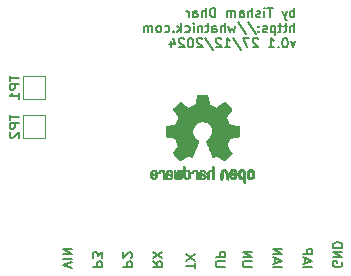
<source format=gbr>
%TF.GenerationSoftware,KiCad,Pcbnew,7.0.7*%
%TF.CreationDate,2025-01-01T22:23:07+10:30*%
%TF.ProjectId,V9360_Breakout,56393336-305f-4427-9265-616b6f75742e,rev?*%
%TF.SameCoordinates,Original*%
%TF.FileFunction,Legend,Bot*%
%TF.FilePolarity,Positive*%
%FSLAX46Y46*%
G04 Gerber Fmt 4.6, Leading zero omitted, Abs format (unit mm)*
G04 Created by KiCad (PCBNEW 7.0.7) date 2025-01-01 22:23:07*
%MOMM*%
%LPD*%
G01*
G04 APERTURE LIST*
%ADD10C,0.200000*%
%ADD11C,0.120000*%
%ADD12C,0.010000*%
G04 APERTURE END LIST*
D10*
X143910304Y-106611945D02*
X143262685Y-106611945D01*
X143262685Y-106611945D02*
X143186495Y-106573850D01*
X143186495Y-106573850D02*
X143148400Y-106535755D01*
X143148400Y-106535755D02*
X143110304Y-106459564D01*
X143110304Y-106459564D02*
X143110304Y-106307183D01*
X143110304Y-106307183D02*
X143148400Y-106230993D01*
X143148400Y-106230993D02*
X143186495Y-106192898D01*
X143186495Y-106192898D02*
X143262685Y-106154802D01*
X143262685Y-106154802D02*
X143910304Y-106154802D01*
X143110304Y-105773850D02*
X143910304Y-105773850D01*
X143910304Y-105773850D02*
X143110304Y-105316707D01*
X143110304Y-105316707D02*
X143910304Y-105316707D01*
X130410304Y-106611945D02*
X131210304Y-106611945D01*
X131210304Y-106611945D02*
X131210304Y-106307183D01*
X131210304Y-106307183D02*
X131172209Y-106230993D01*
X131172209Y-106230993D02*
X131134114Y-106192898D01*
X131134114Y-106192898D02*
X131057923Y-106154802D01*
X131057923Y-106154802D02*
X130943638Y-106154802D01*
X130943638Y-106154802D02*
X130867447Y-106192898D01*
X130867447Y-106192898D02*
X130829352Y-106230993D01*
X130829352Y-106230993D02*
X130791257Y-106307183D01*
X130791257Y-106307183D02*
X130791257Y-106611945D01*
X131210304Y-105888136D02*
X131210304Y-105392898D01*
X131210304Y-105392898D02*
X130905542Y-105659564D01*
X130905542Y-105659564D02*
X130905542Y-105545279D01*
X130905542Y-105545279D02*
X130867447Y-105469088D01*
X130867447Y-105469088D02*
X130829352Y-105430993D01*
X130829352Y-105430993D02*
X130753161Y-105392898D01*
X130753161Y-105392898D02*
X130562685Y-105392898D01*
X130562685Y-105392898D02*
X130486495Y-105430993D01*
X130486495Y-105430993D02*
X130448400Y-105469088D01*
X130448400Y-105469088D02*
X130410304Y-105545279D01*
X130410304Y-105545279D02*
X130410304Y-105773850D01*
X130410304Y-105773850D02*
X130448400Y-105850041D01*
X130448400Y-105850041D02*
X130486495Y-105888136D01*
X147505945Y-85453695D02*
X147505945Y-84653695D01*
X147505945Y-84958457D02*
X147429755Y-84920361D01*
X147429755Y-84920361D02*
X147277374Y-84920361D01*
X147277374Y-84920361D02*
X147201183Y-84958457D01*
X147201183Y-84958457D02*
X147163088Y-84996552D01*
X147163088Y-84996552D02*
X147124993Y-85072742D01*
X147124993Y-85072742D02*
X147124993Y-85301314D01*
X147124993Y-85301314D02*
X147163088Y-85377504D01*
X147163088Y-85377504D02*
X147201183Y-85415600D01*
X147201183Y-85415600D02*
X147277374Y-85453695D01*
X147277374Y-85453695D02*
X147429755Y-85453695D01*
X147429755Y-85453695D02*
X147505945Y-85415600D01*
X146858326Y-84920361D02*
X146667850Y-85453695D01*
X146477373Y-84920361D02*
X146667850Y-85453695D01*
X146667850Y-85453695D02*
X146744040Y-85644171D01*
X146744040Y-85644171D02*
X146782135Y-85682266D01*
X146782135Y-85682266D02*
X146858326Y-85720361D01*
X145677373Y-84653695D02*
X145220230Y-84653695D01*
X145448802Y-85453695D02*
X145448802Y-84653695D01*
X144953563Y-85453695D02*
X144953563Y-84920361D01*
X144953563Y-84653695D02*
X144991659Y-84691790D01*
X144991659Y-84691790D02*
X144953563Y-84729885D01*
X144953563Y-84729885D02*
X144915468Y-84691790D01*
X144915468Y-84691790D02*
X144953563Y-84653695D01*
X144953563Y-84653695D02*
X144953563Y-84729885D01*
X144610707Y-85415600D02*
X144534516Y-85453695D01*
X144534516Y-85453695D02*
X144382135Y-85453695D01*
X144382135Y-85453695D02*
X144305945Y-85415600D01*
X144305945Y-85415600D02*
X144267849Y-85339409D01*
X144267849Y-85339409D02*
X144267849Y-85301314D01*
X144267849Y-85301314D02*
X144305945Y-85225123D01*
X144305945Y-85225123D02*
X144382135Y-85187028D01*
X144382135Y-85187028D02*
X144496421Y-85187028D01*
X144496421Y-85187028D02*
X144572611Y-85148933D01*
X144572611Y-85148933D02*
X144610707Y-85072742D01*
X144610707Y-85072742D02*
X144610707Y-85034647D01*
X144610707Y-85034647D02*
X144572611Y-84958457D01*
X144572611Y-84958457D02*
X144496421Y-84920361D01*
X144496421Y-84920361D02*
X144382135Y-84920361D01*
X144382135Y-84920361D02*
X144305945Y-84958457D01*
X143924992Y-85453695D02*
X143924992Y-84653695D01*
X143582135Y-85453695D02*
X143582135Y-85034647D01*
X143582135Y-85034647D02*
X143620230Y-84958457D01*
X143620230Y-84958457D02*
X143696421Y-84920361D01*
X143696421Y-84920361D02*
X143810707Y-84920361D01*
X143810707Y-84920361D02*
X143886897Y-84958457D01*
X143886897Y-84958457D02*
X143924992Y-84996552D01*
X142858325Y-85453695D02*
X142858325Y-85034647D01*
X142858325Y-85034647D02*
X142896420Y-84958457D01*
X142896420Y-84958457D02*
X142972611Y-84920361D01*
X142972611Y-84920361D02*
X143124992Y-84920361D01*
X143124992Y-84920361D02*
X143201182Y-84958457D01*
X142858325Y-85415600D02*
X142934516Y-85453695D01*
X142934516Y-85453695D02*
X143124992Y-85453695D01*
X143124992Y-85453695D02*
X143201182Y-85415600D01*
X143201182Y-85415600D02*
X143239278Y-85339409D01*
X143239278Y-85339409D02*
X143239278Y-85263219D01*
X143239278Y-85263219D02*
X143201182Y-85187028D01*
X143201182Y-85187028D02*
X143124992Y-85148933D01*
X143124992Y-85148933D02*
X142934516Y-85148933D01*
X142934516Y-85148933D02*
X142858325Y-85110838D01*
X142477372Y-85453695D02*
X142477372Y-84920361D01*
X142477372Y-84996552D02*
X142439277Y-84958457D01*
X142439277Y-84958457D02*
X142363087Y-84920361D01*
X142363087Y-84920361D02*
X142248801Y-84920361D01*
X142248801Y-84920361D02*
X142172610Y-84958457D01*
X142172610Y-84958457D02*
X142134515Y-85034647D01*
X142134515Y-85034647D02*
X142134515Y-85453695D01*
X142134515Y-85034647D02*
X142096420Y-84958457D01*
X142096420Y-84958457D02*
X142020229Y-84920361D01*
X142020229Y-84920361D02*
X141905944Y-84920361D01*
X141905944Y-84920361D02*
X141829753Y-84958457D01*
X141829753Y-84958457D02*
X141791658Y-85034647D01*
X141791658Y-85034647D02*
X141791658Y-85453695D01*
X140801181Y-85453695D02*
X140801181Y-84653695D01*
X140801181Y-84653695D02*
X140610705Y-84653695D01*
X140610705Y-84653695D02*
X140496419Y-84691790D01*
X140496419Y-84691790D02*
X140420229Y-84767980D01*
X140420229Y-84767980D02*
X140382134Y-84844171D01*
X140382134Y-84844171D02*
X140344038Y-84996552D01*
X140344038Y-84996552D02*
X140344038Y-85110838D01*
X140344038Y-85110838D02*
X140382134Y-85263219D01*
X140382134Y-85263219D02*
X140420229Y-85339409D01*
X140420229Y-85339409D02*
X140496419Y-85415600D01*
X140496419Y-85415600D02*
X140610705Y-85453695D01*
X140610705Y-85453695D02*
X140801181Y-85453695D01*
X140001181Y-85453695D02*
X140001181Y-84653695D01*
X139658324Y-85453695D02*
X139658324Y-85034647D01*
X139658324Y-85034647D02*
X139696419Y-84958457D01*
X139696419Y-84958457D02*
X139772610Y-84920361D01*
X139772610Y-84920361D02*
X139886896Y-84920361D01*
X139886896Y-84920361D02*
X139963086Y-84958457D01*
X139963086Y-84958457D02*
X140001181Y-84996552D01*
X138934514Y-85453695D02*
X138934514Y-85034647D01*
X138934514Y-85034647D02*
X138972609Y-84958457D01*
X138972609Y-84958457D02*
X139048800Y-84920361D01*
X139048800Y-84920361D02*
X139201181Y-84920361D01*
X139201181Y-84920361D02*
X139277371Y-84958457D01*
X138934514Y-85415600D02*
X139010705Y-85453695D01*
X139010705Y-85453695D02*
X139201181Y-85453695D01*
X139201181Y-85453695D02*
X139277371Y-85415600D01*
X139277371Y-85415600D02*
X139315467Y-85339409D01*
X139315467Y-85339409D02*
X139315467Y-85263219D01*
X139315467Y-85263219D02*
X139277371Y-85187028D01*
X139277371Y-85187028D02*
X139201181Y-85148933D01*
X139201181Y-85148933D02*
X139010705Y-85148933D01*
X139010705Y-85148933D02*
X138934514Y-85110838D01*
X138553561Y-85453695D02*
X138553561Y-84920361D01*
X138553561Y-85072742D02*
X138515466Y-84996552D01*
X138515466Y-84996552D02*
X138477371Y-84958457D01*
X138477371Y-84958457D02*
X138401180Y-84920361D01*
X138401180Y-84920361D02*
X138324990Y-84920361D01*
X147505945Y-86741695D02*
X147505945Y-85941695D01*
X147163088Y-86741695D02*
X147163088Y-86322647D01*
X147163088Y-86322647D02*
X147201183Y-86246457D01*
X147201183Y-86246457D02*
X147277374Y-86208361D01*
X147277374Y-86208361D02*
X147391660Y-86208361D01*
X147391660Y-86208361D02*
X147467850Y-86246457D01*
X147467850Y-86246457D02*
X147505945Y-86284552D01*
X146896421Y-86208361D02*
X146591659Y-86208361D01*
X146782135Y-85941695D02*
X146782135Y-86627409D01*
X146782135Y-86627409D02*
X146744040Y-86703600D01*
X146744040Y-86703600D02*
X146667850Y-86741695D01*
X146667850Y-86741695D02*
X146591659Y-86741695D01*
X146439278Y-86208361D02*
X146134516Y-86208361D01*
X146324992Y-85941695D02*
X146324992Y-86627409D01*
X146324992Y-86627409D02*
X146286897Y-86703600D01*
X146286897Y-86703600D02*
X146210707Y-86741695D01*
X146210707Y-86741695D02*
X146134516Y-86741695D01*
X145867849Y-86208361D02*
X145867849Y-87008361D01*
X145867849Y-86246457D02*
X145791659Y-86208361D01*
X145791659Y-86208361D02*
X145639278Y-86208361D01*
X145639278Y-86208361D02*
X145563087Y-86246457D01*
X145563087Y-86246457D02*
X145524992Y-86284552D01*
X145524992Y-86284552D02*
X145486897Y-86360742D01*
X145486897Y-86360742D02*
X145486897Y-86589314D01*
X145486897Y-86589314D02*
X145524992Y-86665504D01*
X145524992Y-86665504D02*
X145563087Y-86703600D01*
X145563087Y-86703600D02*
X145639278Y-86741695D01*
X145639278Y-86741695D02*
X145791659Y-86741695D01*
X145791659Y-86741695D02*
X145867849Y-86703600D01*
X145182135Y-86703600D02*
X145105944Y-86741695D01*
X145105944Y-86741695D02*
X144953563Y-86741695D01*
X144953563Y-86741695D02*
X144877373Y-86703600D01*
X144877373Y-86703600D02*
X144839277Y-86627409D01*
X144839277Y-86627409D02*
X144839277Y-86589314D01*
X144839277Y-86589314D02*
X144877373Y-86513123D01*
X144877373Y-86513123D02*
X144953563Y-86475028D01*
X144953563Y-86475028D02*
X145067849Y-86475028D01*
X145067849Y-86475028D02*
X145144039Y-86436933D01*
X145144039Y-86436933D02*
X145182135Y-86360742D01*
X145182135Y-86360742D02*
X145182135Y-86322647D01*
X145182135Y-86322647D02*
X145144039Y-86246457D01*
X145144039Y-86246457D02*
X145067849Y-86208361D01*
X145067849Y-86208361D02*
X144953563Y-86208361D01*
X144953563Y-86208361D02*
X144877373Y-86246457D01*
X144496420Y-86665504D02*
X144458325Y-86703600D01*
X144458325Y-86703600D02*
X144496420Y-86741695D01*
X144496420Y-86741695D02*
X144534516Y-86703600D01*
X144534516Y-86703600D02*
X144496420Y-86665504D01*
X144496420Y-86665504D02*
X144496420Y-86741695D01*
X144496420Y-86246457D02*
X144458325Y-86284552D01*
X144458325Y-86284552D02*
X144496420Y-86322647D01*
X144496420Y-86322647D02*
X144534516Y-86284552D01*
X144534516Y-86284552D02*
X144496420Y-86246457D01*
X144496420Y-86246457D02*
X144496420Y-86322647D01*
X143544040Y-85903600D02*
X144229754Y-86932171D01*
X142705945Y-85903600D02*
X143391659Y-86932171D01*
X142515469Y-86208361D02*
X142363088Y-86741695D01*
X142363088Y-86741695D02*
X142210707Y-86360742D01*
X142210707Y-86360742D02*
X142058326Y-86741695D01*
X142058326Y-86741695D02*
X141905945Y-86208361D01*
X141601183Y-86741695D02*
X141601183Y-85941695D01*
X141258326Y-86741695D02*
X141258326Y-86322647D01*
X141258326Y-86322647D02*
X141296421Y-86246457D01*
X141296421Y-86246457D02*
X141372612Y-86208361D01*
X141372612Y-86208361D02*
X141486898Y-86208361D01*
X141486898Y-86208361D02*
X141563088Y-86246457D01*
X141563088Y-86246457D02*
X141601183Y-86284552D01*
X140534516Y-86741695D02*
X140534516Y-86322647D01*
X140534516Y-86322647D02*
X140572611Y-86246457D01*
X140572611Y-86246457D02*
X140648802Y-86208361D01*
X140648802Y-86208361D02*
X140801183Y-86208361D01*
X140801183Y-86208361D02*
X140877373Y-86246457D01*
X140534516Y-86703600D02*
X140610707Y-86741695D01*
X140610707Y-86741695D02*
X140801183Y-86741695D01*
X140801183Y-86741695D02*
X140877373Y-86703600D01*
X140877373Y-86703600D02*
X140915469Y-86627409D01*
X140915469Y-86627409D02*
X140915469Y-86551219D01*
X140915469Y-86551219D02*
X140877373Y-86475028D01*
X140877373Y-86475028D02*
X140801183Y-86436933D01*
X140801183Y-86436933D02*
X140610707Y-86436933D01*
X140610707Y-86436933D02*
X140534516Y-86398838D01*
X140267849Y-86208361D02*
X139963087Y-86208361D01*
X140153563Y-85941695D02*
X140153563Y-86627409D01*
X140153563Y-86627409D02*
X140115468Y-86703600D01*
X140115468Y-86703600D02*
X140039278Y-86741695D01*
X140039278Y-86741695D02*
X139963087Y-86741695D01*
X139696420Y-86208361D02*
X139696420Y-86741695D01*
X139696420Y-86284552D02*
X139658325Y-86246457D01*
X139658325Y-86246457D02*
X139582135Y-86208361D01*
X139582135Y-86208361D02*
X139467849Y-86208361D01*
X139467849Y-86208361D02*
X139391658Y-86246457D01*
X139391658Y-86246457D02*
X139353563Y-86322647D01*
X139353563Y-86322647D02*
X139353563Y-86741695D01*
X138972610Y-86741695D02*
X138972610Y-86208361D01*
X138972610Y-85941695D02*
X139010706Y-85979790D01*
X139010706Y-85979790D02*
X138972610Y-86017885D01*
X138972610Y-86017885D02*
X138934515Y-85979790D01*
X138934515Y-85979790D02*
X138972610Y-85941695D01*
X138972610Y-85941695D02*
X138972610Y-86017885D01*
X138248801Y-86703600D02*
X138324992Y-86741695D01*
X138324992Y-86741695D02*
X138477373Y-86741695D01*
X138477373Y-86741695D02*
X138553563Y-86703600D01*
X138553563Y-86703600D02*
X138591658Y-86665504D01*
X138591658Y-86665504D02*
X138629754Y-86589314D01*
X138629754Y-86589314D02*
X138629754Y-86360742D01*
X138629754Y-86360742D02*
X138591658Y-86284552D01*
X138591658Y-86284552D02*
X138553563Y-86246457D01*
X138553563Y-86246457D02*
X138477373Y-86208361D01*
X138477373Y-86208361D02*
X138324992Y-86208361D01*
X138324992Y-86208361D02*
X138248801Y-86246457D01*
X137905944Y-86741695D02*
X137905944Y-85941695D01*
X137829754Y-86436933D02*
X137601182Y-86741695D01*
X137601182Y-86208361D02*
X137905944Y-86513123D01*
X137258325Y-86665504D02*
X137220230Y-86703600D01*
X137220230Y-86703600D02*
X137258325Y-86741695D01*
X137258325Y-86741695D02*
X137296421Y-86703600D01*
X137296421Y-86703600D02*
X137258325Y-86665504D01*
X137258325Y-86665504D02*
X137258325Y-86741695D01*
X136534516Y-86703600D02*
X136610707Y-86741695D01*
X136610707Y-86741695D02*
X136763088Y-86741695D01*
X136763088Y-86741695D02*
X136839278Y-86703600D01*
X136839278Y-86703600D02*
X136877373Y-86665504D01*
X136877373Y-86665504D02*
X136915469Y-86589314D01*
X136915469Y-86589314D02*
X136915469Y-86360742D01*
X136915469Y-86360742D02*
X136877373Y-86284552D01*
X136877373Y-86284552D02*
X136839278Y-86246457D01*
X136839278Y-86246457D02*
X136763088Y-86208361D01*
X136763088Y-86208361D02*
X136610707Y-86208361D01*
X136610707Y-86208361D02*
X136534516Y-86246457D01*
X136077374Y-86741695D02*
X136153564Y-86703600D01*
X136153564Y-86703600D02*
X136191659Y-86665504D01*
X136191659Y-86665504D02*
X136229755Y-86589314D01*
X136229755Y-86589314D02*
X136229755Y-86360742D01*
X136229755Y-86360742D02*
X136191659Y-86284552D01*
X136191659Y-86284552D02*
X136153564Y-86246457D01*
X136153564Y-86246457D02*
X136077374Y-86208361D01*
X136077374Y-86208361D02*
X135963088Y-86208361D01*
X135963088Y-86208361D02*
X135886897Y-86246457D01*
X135886897Y-86246457D02*
X135848802Y-86284552D01*
X135848802Y-86284552D02*
X135810707Y-86360742D01*
X135810707Y-86360742D02*
X135810707Y-86589314D01*
X135810707Y-86589314D02*
X135848802Y-86665504D01*
X135848802Y-86665504D02*
X135886897Y-86703600D01*
X135886897Y-86703600D02*
X135963088Y-86741695D01*
X135963088Y-86741695D02*
X136077374Y-86741695D01*
X135467849Y-86741695D02*
X135467849Y-86208361D01*
X135467849Y-86284552D02*
X135429754Y-86246457D01*
X135429754Y-86246457D02*
X135353564Y-86208361D01*
X135353564Y-86208361D02*
X135239278Y-86208361D01*
X135239278Y-86208361D02*
X135163087Y-86246457D01*
X135163087Y-86246457D02*
X135124992Y-86322647D01*
X135124992Y-86322647D02*
X135124992Y-86741695D01*
X135124992Y-86322647D02*
X135086897Y-86246457D01*
X135086897Y-86246457D02*
X135010706Y-86208361D01*
X135010706Y-86208361D02*
X134896421Y-86208361D01*
X134896421Y-86208361D02*
X134820230Y-86246457D01*
X134820230Y-86246457D02*
X134782135Y-86322647D01*
X134782135Y-86322647D02*
X134782135Y-86741695D01*
X147582136Y-87496361D02*
X147391660Y-88029695D01*
X147391660Y-88029695D02*
X147201183Y-87496361D01*
X146744040Y-87229695D02*
X146667850Y-87229695D01*
X146667850Y-87229695D02*
X146591659Y-87267790D01*
X146591659Y-87267790D02*
X146553564Y-87305885D01*
X146553564Y-87305885D02*
X146515469Y-87382076D01*
X146515469Y-87382076D02*
X146477374Y-87534457D01*
X146477374Y-87534457D02*
X146477374Y-87724933D01*
X146477374Y-87724933D02*
X146515469Y-87877314D01*
X146515469Y-87877314D02*
X146553564Y-87953504D01*
X146553564Y-87953504D02*
X146591659Y-87991600D01*
X146591659Y-87991600D02*
X146667850Y-88029695D01*
X146667850Y-88029695D02*
X146744040Y-88029695D01*
X146744040Y-88029695D02*
X146820231Y-87991600D01*
X146820231Y-87991600D02*
X146858326Y-87953504D01*
X146858326Y-87953504D02*
X146896421Y-87877314D01*
X146896421Y-87877314D02*
X146934517Y-87724933D01*
X146934517Y-87724933D02*
X146934517Y-87534457D01*
X146934517Y-87534457D02*
X146896421Y-87382076D01*
X146896421Y-87382076D02*
X146858326Y-87305885D01*
X146858326Y-87305885D02*
X146820231Y-87267790D01*
X146820231Y-87267790D02*
X146744040Y-87229695D01*
X146134516Y-87953504D02*
X146096421Y-87991600D01*
X146096421Y-87991600D02*
X146134516Y-88029695D01*
X146134516Y-88029695D02*
X146172612Y-87991600D01*
X146172612Y-87991600D02*
X146134516Y-87953504D01*
X146134516Y-87953504D02*
X146134516Y-88029695D01*
X145334517Y-88029695D02*
X145791660Y-88029695D01*
X145563088Y-88029695D02*
X145563088Y-87229695D01*
X145563088Y-87229695D02*
X145639279Y-87343980D01*
X145639279Y-87343980D02*
X145715469Y-87420171D01*
X145715469Y-87420171D02*
X145791660Y-87458266D01*
X144420231Y-87305885D02*
X144382135Y-87267790D01*
X144382135Y-87267790D02*
X144305945Y-87229695D01*
X144305945Y-87229695D02*
X144115469Y-87229695D01*
X144115469Y-87229695D02*
X144039278Y-87267790D01*
X144039278Y-87267790D02*
X144001183Y-87305885D01*
X144001183Y-87305885D02*
X143963088Y-87382076D01*
X143963088Y-87382076D02*
X143963088Y-87458266D01*
X143963088Y-87458266D02*
X144001183Y-87572552D01*
X144001183Y-87572552D02*
X144458326Y-88029695D01*
X144458326Y-88029695D02*
X143963088Y-88029695D01*
X143696421Y-87229695D02*
X143163087Y-87229695D01*
X143163087Y-87229695D02*
X143505945Y-88029695D01*
X142286897Y-87191600D02*
X142972611Y-88220171D01*
X141601183Y-88029695D02*
X142058326Y-88029695D01*
X141829754Y-88029695D02*
X141829754Y-87229695D01*
X141829754Y-87229695D02*
X141905945Y-87343980D01*
X141905945Y-87343980D02*
X141982135Y-87420171D01*
X141982135Y-87420171D02*
X142058326Y-87458266D01*
X141296421Y-87305885D02*
X141258325Y-87267790D01*
X141258325Y-87267790D02*
X141182135Y-87229695D01*
X141182135Y-87229695D02*
X140991659Y-87229695D01*
X140991659Y-87229695D02*
X140915468Y-87267790D01*
X140915468Y-87267790D02*
X140877373Y-87305885D01*
X140877373Y-87305885D02*
X140839278Y-87382076D01*
X140839278Y-87382076D02*
X140839278Y-87458266D01*
X140839278Y-87458266D02*
X140877373Y-87572552D01*
X140877373Y-87572552D02*
X141334516Y-88029695D01*
X141334516Y-88029695D02*
X140839278Y-88029695D01*
X139924992Y-87191600D02*
X140610706Y-88220171D01*
X139696421Y-87305885D02*
X139658325Y-87267790D01*
X139658325Y-87267790D02*
X139582135Y-87229695D01*
X139582135Y-87229695D02*
X139391659Y-87229695D01*
X139391659Y-87229695D02*
X139315468Y-87267790D01*
X139315468Y-87267790D02*
X139277373Y-87305885D01*
X139277373Y-87305885D02*
X139239278Y-87382076D01*
X139239278Y-87382076D02*
X139239278Y-87458266D01*
X139239278Y-87458266D02*
X139277373Y-87572552D01*
X139277373Y-87572552D02*
X139734516Y-88029695D01*
X139734516Y-88029695D02*
X139239278Y-88029695D01*
X138744039Y-87229695D02*
X138667849Y-87229695D01*
X138667849Y-87229695D02*
X138591658Y-87267790D01*
X138591658Y-87267790D02*
X138553563Y-87305885D01*
X138553563Y-87305885D02*
X138515468Y-87382076D01*
X138515468Y-87382076D02*
X138477373Y-87534457D01*
X138477373Y-87534457D02*
X138477373Y-87724933D01*
X138477373Y-87724933D02*
X138515468Y-87877314D01*
X138515468Y-87877314D02*
X138553563Y-87953504D01*
X138553563Y-87953504D02*
X138591658Y-87991600D01*
X138591658Y-87991600D02*
X138667849Y-88029695D01*
X138667849Y-88029695D02*
X138744039Y-88029695D01*
X138744039Y-88029695D02*
X138820230Y-87991600D01*
X138820230Y-87991600D02*
X138858325Y-87953504D01*
X138858325Y-87953504D02*
X138896420Y-87877314D01*
X138896420Y-87877314D02*
X138934516Y-87724933D01*
X138934516Y-87724933D02*
X138934516Y-87534457D01*
X138934516Y-87534457D02*
X138896420Y-87382076D01*
X138896420Y-87382076D02*
X138858325Y-87305885D01*
X138858325Y-87305885D02*
X138820230Y-87267790D01*
X138820230Y-87267790D02*
X138744039Y-87229695D01*
X138172611Y-87305885D02*
X138134515Y-87267790D01*
X138134515Y-87267790D02*
X138058325Y-87229695D01*
X138058325Y-87229695D02*
X137867849Y-87229695D01*
X137867849Y-87229695D02*
X137791658Y-87267790D01*
X137791658Y-87267790D02*
X137753563Y-87305885D01*
X137753563Y-87305885D02*
X137715468Y-87382076D01*
X137715468Y-87382076D02*
X137715468Y-87458266D01*
X137715468Y-87458266D02*
X137753563Y-87572552D01*
X137753563Y-87572552D02*
X138210706Y-88029695D01*
X138210706Y-88029695D02*
X137715468Y-88029695D01*
X137029753Y-87496361D02*
X137029753Y-88029695D01*
X137220229Y-87191600D02*
X137410706Y-87763028D01*
X137410706Y-87763028D02*
X136915467Y-87763028D01*
X151492209Y-106192898D02*
X151530304Y-106269088D01*
X151530304Y-106269088D02*
X151530304Y-106383374D01*
X151530304Y-106383374D02*
X151492209Y-106497660D01*
X151492209Y-106497660D02*
X151416019Y-106573850D01*
X151416019Y-106573850D02*
X151339828Y-106611945D01*
X151339828Y-106611945D02*
X151187447Y-106650041D01*
X151187447Y-106650041D02*
X151073161Y-106650041D01*
X151073161Y-106650041D02*
X150920780Y-106611945D01*
X150920780Y-106611945D02*
X150844590Y-106573850D01*
X150844590Y-106573850D02*
X150768400Y-106497660D01*
X150768400Y-106497660D02*
X150730304Y-106383374D01*
X150730304Y-106383374D02*
X150730304Y-106307183D01*
X150730304Y-106307183D02*
X150768400Y-106192898D01*
X150768400Y-106192898D02*
X150806495Y-106154802D01*
X150806495Y-106154802D02*
X151073161Y-106154802D01*
X151073161Y-106154802D02*
X151073161Y-106307183D01*
X150730304Y-105811945D02*
X151530304Y-105811945D01*
X151530304Y-105811945D02*
X150730304Y-105354802D01*
X150730304Y-105354802D02*
X151530304Y-105354802D01*
X150730304Y-104973850D02*
X151530304Y-104973850D01*
X151530304Y-104973850D02*
X151530304Y-104783374D01*
X151530304Y-104783374D02*
X151492209Y-104669088D01*
X151492209Y-104669088D02*
X151416019Y-104592898D01*
X151416019Y-104592898D02*
X151339828Y-104554803D01*
X151339828Y-104554803D02*
X151187447Y-104516707D01*
X151187447Y-104516707D02*
X151073161Y-104516707D01*
X151073161Y-104516707D02*
X150920780Y-104554803D01*
X150920780Y-104554803D02*
X150844590Y-104592898D01*
X150844590Y-104592898D02*
X150768400Y-104669088D01*
X150768400Y-104669088D02*
X150730304Y-104783374D01*
X150730304Y-104783374D02*
X150730304Y-104973850D01*
X141624304Y-106611945D02*
X140976685Y-106611945D01*
X140976685Y-106611945D02*
X140900495Y-106573850D01*
X140900495Y-106573850D02*
X140862400Y-106535755D01*
X140862400Y-106535755D02*
X140824304Y-106459564D01*
X140824304Y-106459564D02*
X140824304Y-106307183D01*
X140824304Y-106307183D02*
X140862400Y-106230993D01*
X140862400Y-106230993D02*
X140900495Y-106192898D01*
X140900495Y-106192898D02*
X140976685Y-106154802D01*
X140976685Y-106154802D02*
X141624304Y-106154802D01*
X140824304Y-105773850D02*
X141624304Y-105773850D01*
X141624304Y-105773850D02*
X141624304Y-105469088D01*
X141624304Y-105469088D02*
X141586209Y-105392898D01*
X141586209Y-105392898D02*
X141548114Y-105354803D01*
X141548114Y-105354803D02*
X141471923Y-105316707D01*
X141471923Y-105316707D02*
X141357638Y-105316707D01*
X141357638Y-105316707D02*
X141281447Y-105354803D01*
X141281447Y-105354803D02*
X141243352Y-105392898D01*
X141243352Y-105392898D02*
X141205257Y-105469088D01*
X141205257Y-105469088D02*
X141205257Y-105773850D01*
X145650304Y-106611945D02*
X146450304Y-106611945D01*
X145878876Y-106269089D02*
X145878876Y-105888136D01*
X145650304Y-106345279D02*
X146450304Y-106078612D01*
X146450304Y-106078612D02*
X145650304Y-105811946D01*
X145650304Y-105545279D02*
X146450304Y-105545279D01*
X146450304Y-105545279D02*
X145650304Y-105088136D01*
X145650304Y-105088136D02*
X146450304Y-105088136D01*
X128670304Y-106726231D02*
X127870304Y-106459564D01*
X127870304Y-106459564D02*
X128670304Y-106192898D01*
X127870304Y-105926231D02*
X128670304Y-105926231D01*
X127870304Y-105545279D02*
X128670304Y-105545279D01*
X128670304Y-105545279D02*
X127870304Y-105088136D01*
X127870304Y-105088136D02*
X128670304Y-105088136D01*
X135490304Y-106154802D02*
X135871257Y-106421469D01*
X135490304Y-106611945D02*
X136290304Y-106611945D01*
X136290304Y-106611945D02*
X136290304Y-106307183D01*
X136290304Y-106307183D02*
X136252209Y-106230993D01*
X136252209Y-106230993D02*
X136214114Y-106192898D01*
X136214114Y-106192898D02*
X136137923Y-106154802D01*
X136137923Y-106154802D02*
X136023638Y-106154802D01*
X136023638Y-106154802D02*
X135947447Y-106192898D01*
X135947447Y-106192898D02*
X135909352Y-106230993D01*
X135909352Y-106230993D02*
X135871257Y-106307183D01*
X135871257Y-106307183D02*
X135871257Y-106611945D01*
X136290304Y-105888136D02*
X135490304Y-105354802D01*
X136290304Y-105354802D02*
X135490304Y-105888136D01*
X139084304Y-106726231D02*
X139084304Y-106269088D01*
X138284304Y-106497660D02*
X139084304Y-106497660D01*
X139084304Y-106078612D02*
X138284304Y-105545278D01*
X139084304Y-105545278D02*
X138284304Y-106078612D01*
X132950304Y-106611945D02*
X133750304Y-106611945D01*
X133750304Y-106611945D02*
X133750304Y-106307183D01*
X133750304Y-106307183D02*
X133712209Y-106230993D01*
X133712209Y-106230993D02*
X133674114Y-106192898D01*
X133674114Y-106192898D02*
X133597923Y-106154802D01*
X133597923Y-106154802D02*
X133483638Y-106154802D01*
X133483638Y-106154802D02*
X133407447Y-106192898D01*
X133407447Y-106192898D02*
X133369352Y-106230993D01*
X133369352Y-106230993D02*
X133331257Y-106307183D01*
X133331257Y-106307183D02*
X133331257Y-106611945D01*
X133674114Y-105850041D02*
X133712209Y-105811945D01*
X133712209Y-105811945D02*
X133750304Y-105735755D01*
X133750304Y-105735755D02*
X133750304Y-105545279D01*
X133750304Y-105545279D02*
X133712209Y-105469088D01*
X133712209Y-105469088D02*
X133674114Y-105430993D01*
X133674114Y-105430993D02*
X133597923Y-105392898D01*
X133597923Y-105392898D02*
X133521733Y-105392898D01*
X133521733Y-105392898D02*
X133407447Y-105430993D01*
X133407447Y-105430993D02*
X132950304Y-105888136D01*
X132950304Y-105888136D02*
X132950304Y-105392898D01*
X148190304Y-106611945D02*
X148990304Y-106611945D01*
X148418876Y-106269089D02*
X148418876Y-105888136D01*
X148190304Y-106345279D02*
X148990304Y-106078612D01*
X148990304Y-106078612D02*
X148190304Y-105811946D01*
X148190304Y-105545279D02*
X148990304Y-105545279D01*
X148990304Y-105545279D02*
X148990304Y-105240517D01*
X148990304Y-105240517D02*
X148952209Y-105164327D01*
X148952209Y-105164327D02*
X148914114Y-105126232D01*
X148914114Y-105126232D02*
X148837923Y-105088136D01*
X148837923Y-105088136D02*
X148723638Y-105088136D01*
X148723638Y-105088136D02*
X148647447Y-105126232D01*
X148647447Y-105126232D02*
X148609352Y-105164327D01*
X148609352Y-105164327D02*
X148571257Y-105240517D01*
X148571257Y-105240517D02*
X148571257Y-105545279D01*
X123387695Y-93732476D02*
X123387695Y-94189619D01*
X124187695Y-93961047D02*
X123387695Y-93961047D01*
X124187695Y-94456286D02*
X123387695Y-94456286D01*
X123387695Y-94456286D02*
X123387695Y-94761048D01*
X123387695Y-94761048D02*
X123425790Y-94837238D01*
X123425790Y-94837238D02*
X123463885Y-94875333D01*
X123463885Y-94875333D02*
X123540076Y-94913429D01*
X123540076Y-94913429D02*
X123654361Y-94913429D01*
X123654361Y-94913429D02*
X123730552Y-94875333D01*
X123730552Y-94875333D02*
X123768647Y-94837238D01*
X123768647Y-94837238D02*
X123806742Y-94761048D01*
X123806742Y-94761048D02*
X123806742Y-94456286D01*
X123463885Y-95218190D02*
X123425790Y-95256286D01*
X123425790Y-95256286D02*
X123387695Y-95332476D01*
X123387695Y-95332476D02*
X123387695Y-95522952D01*
X123387695Y-95522952D02*
X123425790Y-95599143D01*
X123425790Y-95599143D02*
X123463885Y-95637238D01*
X123463885Y-95637238D02*
X123540076Y-95675333D01*
X123540076Y-95675333D02*
X123616266Y-95675333D01*
X123616266Y-95675333D02*
X123730552Y-95637238D01*
X123730552Y-95637238D02*
X124187695Y-95180095D01*
X124187695Y-95180095D02*
X124187695Y-95675333D01*
X123387695Y-90430476D02*
X123387695Y-90887619D01*
X124187695Y-90659047D02*
X123387695Y-90659047D01*
X124187695Y-91154286D02*
X123387695Y-91154286D01*
X123387695Y-91154286D02*
X123387695Y-91459048D01*
X123387695Y-91459048D02*
X123425790Y-91535238D01*
X123425790Y-91535238D02*
X123463885Y-91573333D01*
X123463885Y-91573333D02*
X123540076Y-91611429D01*
X123540076Y-91611429D02*
X123654361Y-91611429D01*
X123654361Y-91611429D02*
X123730552Y-91573333D01*
X123730552Y-91573333D02*
X123768647Y-91535238D01*
X123768647Y-91535238D02*
X123806742Y-91459048D01*
X123806742Y-91459048D02*
X123806742Y-91154286D01*
X124187695Y-92373333D02*
X124187695Y-91916190D01*
X124187695Y-92144762D02*
X123387695Y-92144762D01*
X123387695Y-92144762D02*
X123501980Y-92068571D01*
X123501980Y-92068571D02*
X123578171Y-91992381D01*
X123578171Y-91992381D02*
X123616266Y-91916190D01*
D11*
%TO.C,TP2*%
X126426000Y-93792000D02*
X124526000Y-93792000D01*
X124526000Y-93792000D02*
X124526000Y-95692000D01*
X126426000Y-95692000D02*
X126426000Y-93792000D01*
X124526000Y-95692000D02*
X126426000Y-95692000D01*
%TO.C,TP1*%
X126426000Y-90490000D02*
X124526000Y-90490000D01*
X124526000Y-90490000D02*
X124526000Y-92390000D01*
X126426000Y-92390000D02*
X126426000Y-90490000D01*
X124526000Y-92390000D02*
X126426000Y-92390000D01*
%TO.C,SYM1*%
D12*
X136311501Y-98384476D02*
X136392167Y-98414440D01*
X136425714Y-98436954D01*
X136459687Y-98469212D01*
X136483919Y-98510246D01*
X136500001Y-98566108D01*
X136509521Y-98642851D01*
X136514068Y-98746525D01*
X136515231Y-98883184D01*
X136515003Y-98953805D01*
X136513860Y-99050308D01*
X136511919Y-99127323D01*
X136509365Y-99178319D01*
X136506381Y-99196769D01*
X136486962Y-99190667D01*
X136447766Y-99174095D01*
X136446589Y-99173558D01*
X136426235Y-99162903D01*
X136412546Y-99148282D01*
X136404199Y-99122673D01*
X136399874Y-99079054D01*
X136398248Y-99010403D01*
X136398000Y-98909698D01*
X136397500Y-98845813D01*
X136392164Y-98725751D01*
X136379945Y-98637809D01*
X136359552Y-98577375D01*
X136329695Y-98539836D01*
X136289082Y-98520581D01*
X136283448Y-98519239D01*
X136207378Y-98518191D01*
X136148052Y-98552271D01*
X136107077Y-98620598D01*
X136099770Y-98640351D01*
X136083114Y-98684066D01*
X136074679Y-98704155D01*
X136057356Y-98701387D01*
X136019525Y-98686365D01*
X135984240Y-98661556D01*
X135968154Y-98614670D01*
X135972952Y-98581087D01*
X136002431Y-98512967D01*
X136050098Y-98449134D01*
X136105839Y-98404988D01*
X136129193Y-98394782D01*
X136217619Y-98377718D01*
X136311501Y-98384476D01*
G36*
X136311501Y-98384476D02*
G01*
X136392167Y-98414440D01*
X136425714Y-98436954D01*
X136459687Y-98469212D01*
X136483919Y-98510246D01*
X136500001Y-98566108D01*
X136509521Y-98642851D01*
X136514068Y-98746525D01*
X136515231Y-98883184D01*
X136515003Y-98953805D01*
X136513860Y-99050308D01*
X136511919Y-99127323D01*
X136509365Y-99178319D01*
X136506381Y-99196769D01*
X136486962Y-99190667D01*
X136447766Y-99174095D01*
X136446589Y-99173558D01*
X136426235Y-99162903D01*
X136412546Y-99148282D01*
X136404199Y-99122673D01*
X136399874Y-99079054D01*
X136398248Y-99010403D01*
X136398000Y-98909698D01*
X136397500Y-98845813D01*
X136392164Y-98725751D01*
X136379945Y-98637809D01*
X136359552Y-98577375D01*
X136329695Y-98539836D01*
X136289082Y-98520581D01*
X136283448Y-98519239D01*
X136207378Y-98518191D01*
X136148052Y-98552271D01*
X136107077Y-98620598D01*
X136099770Y-98640351D01*
X136083114Y-98684066D01*
X136074679Y-98704155D01*
X136057356Y-98701387D01*
X136019525Y-98686365D01*
X135984240Y-98661556D01*
X135968154Y-98614670D01*
X135972952Y-98581087D01*
X136002431Y-98512967D01*
X136050098Y-98449134D01*
X136105839Y-98404988D01*
X136129193Y-98394782D01*
X136217619Y-98377718D01*
X136311501Y-98384476D01*
G37*
X141626372Y-98339684D02*
X141717629Y-98382569D01*
X141792416Y-98456729D01*
X141807917Y-98479944D01*
X141820774Y-98506256D01*
X141829893Y-98539420D01*
X141836102Y-98585881D01*
X141840233Y-98652082D01*
X141843116Y-98744468D01*
X141845579Y-98869485D01*
X141851697Y-99216278D01*
X141800303Y-99196738D01*
X141753246Y-99178787D01*
X141718015Y-99161511D01*
X141695017Y-99139242D01*
X141681655Y-99105165D01*
X141675328Y-99052463D01*
X141673437Y-98974323D01*
X141673385Y-98863928D01*
X141673117Y-98775935D01*
X141671521Y-98691502D01*
X141667712Y-98633834D01*
X141660820Y-98595988D01*
X141649975Y-98571024D01*
X141634308Y-98552000D01*
X141595792Y-98525153D01*
X141531091Y-98515034D01*
X141467081Y-98540606D01*
X141462856Y-98543880D01*
X141449689Y-98559007D01*
X141439975Y-98583268D01*
X141432903Y-98622650D01*
X141427656Y-98683141D01*
X141423421Y-98770729D01*
X141419385Y-98891402D01*
X141409615Y-99214515D01*
X141243539Y-99140065D01*
X141243539Y-98845062D01*
X141243883Y-98764919D01*
X141246847Y-98653431D01*
X141254351Y-98570421D01*
X141268190Y-98509199D01*
X141290155Y-98463075D01*
X141322039Y-98425358D01*
X141365633Y-98389358D01*
X141428336Y-98353089D01*
X141527117Y-98329412D01*
X141626372Y-98339684D01*
G36*
X141626372Y-98339684D02*
G01*
X141717629Y-98382569D01*
X141792416Y-98456729D01*
X141807917Y-98479944D01*
X141820774Y-98506256D01*
X141829893Y-98539420D01*
X141836102Y-98585881D01*
X141840233Y-98652082D01*
X141843116Y-98744468D01*
X141845579Y-98869485D01*
X141851697Y-99216278D01*
X141800303Y-99196738D01*
X141753246Y-99178787D01*
X141718015Y-99161511D01*
X141695017Y-99139242D01*
X141681655Y-99105165D01*
X141675328Y-99052463D01*
X141673437Y-98974323D01*
X141673385Y-98863928D01*
X141673117Y-98775935D01*
X141671521Y-98691502D01*
X141667712Y-98633834D01*
X141660820Y-98595988D01*
X141649975Y-98571024D01*
X141634308Y-98552000D01*
X141595792Y-98525153D01*
X141531091Y-98515034D01*
X141467081Y-98540606D01*
X141462856Y-98543880D01*
X141449689Y-98559007D01*
X141439975Y-98583268D01*
X141432903Y-98622650D01*
X141427656Y-98683141D01*
X141423421Y-98770729D01*
X141419385Y-98891402D01*
X141409615Y-99214515D01*
X141243539Y-99140065D01*
X141243539Y-98845062D01*
X141243883Y-98764919D01*
X141246847Y-98653431D01*
X141254351Y-98570421D01*
X141268190Y-98509199D01*
X141290155Y-98463075D01*
X141322039Y-98425358D01*
X141365633Y-98389358D01*
X141428336Y-98353089D01*
X141527117Y-98329412D01*
X141626372Y-98339684D01*
G37*
X139171892Y-98405167D02*
X139178060Y-98408581D01*
X139228447Y-98447692D01*
X139273498Y-98497975D01*
X139281355Y-98509339D01*
X139296376Y-98535860D01*
X139307107Y-98567336D01*
X139314486Y-98610591D01*
X139319452Y-98672449D01*
X139322942Y-98759733D01*
X139325893Y-98879269D01*
X139326311Y-98899478D01*
X139327654Y-99030499D01*
X139325761Y-99123296D01*
X139320605Y-99178507D01*
X139312158Y-99196769D01*
X139286594Y-99191301D01*
X139243166Y-99174733D01*
X139232940Y-99169888D01*
X139216967Y-99158920D01*
X139205954Y-99140890D01*
X139198750Y-99109396D01*
X139194208Y-99058036D01*
X139191180Y-98980410D01*
X139188516Y-98870115D01*
X139187785Y-98837875D01*
X139184965Y-98736050D01*
X139181304Y-98664788D01*
X139175694Y-98617332D01*
X139167029Y-98586925D01*
X139154202Y-98566810D01*
X139136105Y-98550229D01*
X139082525Y-98521161D01*
X139016612Y-98515564D01*
X138957635Y-98537807D01*
X138915203Y-98583859D01*
X138898923Y-98649692D01*
X138898470Y-98667587D01*
X138889578Y-98699982D01*
X138863325Y-98704925D01*
X138811919Y-98685633D01*
X138800013Y-98679446D01*
X138767835Y-98643058D01*
X138767198Y-98588954D01*
X138797856Y-98514128D01*
X138825978Y-98473350D01*
X138897883Y-98415421D01*
X138986638Y-98382670D01*
X139081542Y-98378212D01*
X139171892Y-98405167D01*
G36*
X139171892Y-98405167D02*
G01*
X139178060Y-98408581D01*
X139228447Y-98447692D01*
X139273498Y-98497975D01*
X139281355Y-98509339D01*
X139296376Y-98535860D01*
X139307107Y-98567336D01*
X139314486Y-98610591D01*
X139319452Y-98672449D01*
X139322942Y-98759733D01*
X139325893Y-98879269D01*
X139326311Y-98899478D01*
X139327654Y-99030499D01*
X139325761Y-99123296D01*
X139320605Y-99178507D01*
X139312158Y-99196769D01*
X139286594Y-99191301D01*
X139243166Y-99174733D01*
X139232940Y-99169888D01*
X139216967Y-99158920D01*
X139205954Y-99140890D01*
X139198750Y-99109396D01*
X139194208Y-99058036D01*
X139191180Y-98980410D01*
X139188516Y-98870115D01*
X139187785Y-98837875D01*
X139184965Y-98736050D01*
X139181304Y-98664788D01*
X139175694Y-98617332D01*
X139167029Y-98586925D01*
X139154202Y-98566810D01*
X139136105Y-98550229D01*
X139082525Y-98521161D01*
X139016612Y-98515564D01*
X138957635Y-98537807D01*
X138915203Y-98583859D01*
X138898923Y-98649692D01*
X138898470Y-98667587D01*
X138889578Y-98699982D01*
X138863325Y-98704925D01*
X138811919Y-98685633D01*
X138800013Y-98679446D01*
X138767835Y-98643058D01*
X138767198Y-98588954D01*
X138797856Y-98514128D01*
X138825978Y-98473350D01*
X138897883Y-98415421D01*
X138986638Y-98382670D01*
X139081542Y-98378212D01*
X139171892Y-98405167D01*
G37*
X140676923Y-98139806D02*
X140676923Y-98674455D01*
X140676660Y-98813094D01*
X140675958Y-98937805D01*
X140674883Y-99043557D01*
X140673500Y-99125322D01*
X140671874Y-99178069D01*
X140670070Y-99196769D01*
X140669364Y-99196706D01*
X140645387Y-99189912D01*
X140601685Y-99175320D01*
X140540154Y-99153870D01*
X140540154Y-98878617D01*
X140539763Y-98770466D01*
X140537946Y-98692026D01*
X140533767Y-98638647D01*
X140526286Y-98603256D01*
X140514567Y-98578779D01*
X140497671Y-98558144D01*
X140486152Y-98547170D01*
X140423864Y-98516775D01*
X140355211Y-98519466D01*
X140292298Y-98555406D01*
X140283139Y-98564325D01*
X140268471Y-98582844D01*
X140258433Y-98607326D01*
X140252151Y-98644393D01*
X140248748Y-98700667D01*
X140247349Y-98782771D01*
X140247077Y-98897329D01*
X140246947Y-98955430D01*
X140246099Y-99050993D01*
X140244594Y-99127526D01*
X140242585Y-99178345D01*
X140240223Y-99196769D01*
X140239518Y-99196706D01*
X140215541Y-99189912D01*
X140171839Y-99175320D01*
X140110308Y-99153870D01*
X140110338Y-98877358D01*
X140110384Y-98852742D01*
X140112970Y-98724419D01*
X140120913Y-98627384D01*
X140136155Y-98555057D01*
X140160636Y-98500855D01*
X140196298Y-98458198D01*
X140245082Y-98420505D01*
X140292661Y-98396910D01*
X140368732Y-98378672D01*
X140443556Y-98377636D01*
X140501077Y-98395378D01*
X140505402Y-98397829D01*
X140518738Y-98397566D01*
X140527851Y-98377039D01*
X140534428Y-98329980D01*
X140540154Y-98250120D01*
X140549923Y-98086236D01*
X140676923Y-98139806D01*
G36*
X140676923Y-98139806D02*
G01*
X140676923Y-98674455D01*
X140676660Y-98813094D01*
X140675958Y-98937805D01*
X140674883Y-99043557D01*
X140673500Y-99125322D01*
X140671874Y-99178069D01*
X140670070Y-99196769D01*
X140669364Y-99196706D01*
X140645387Y-99189912D01*
X140601685Y-99175320D01*
X140540154Y-99153870D01*
X140540154Y-98878617D01*
X140539763Y-98770466D01*
X140537946Y-98692026D01*
X140533767Y-98638647D01*
X140526286Y-98603256D01*
X140514567Y-98578779D01*
X140497671Y-98558144D01*
X140486152Y-98547170D01*
X140423864Y-98516775D01*
X140355211Y-98519466D01*
X140292298Y-98555406D01*
X140283139Y-98564325D01*
X140268471Y-98582844D01*
X140258433Y-98607326D01*
X140252151Y-98644393D01*
X140248748Y-98700667D01*
X140247349Y-98782771D01*
X140247077Y-98897329D01*
X140246947Y-98955430D01*
X140246099Y-99050993D01*
X140244594Y-99127526D01*
X140242585Y-99178345D01*
X140240223Y-99196769D01*
X140239518Y-99196706D01*
X140215541Y-99189912D01*
X140171839Y-99175320D01*
X140110308Y-99153870D01*
X140110338Y-98877358D01*
X140110384Y-98852742D01*
X140112970Y-98724419D01*
X140120913Y-98627384D01*
X140136155Y-98555057D01*
X140160636Y-98500855D01*
X140196298Y-98458198D01*
X140245082Y-98420505D01*
X140292661Y-98396910D01*
X140368732Y-98378672D01*
X140443556Y-98377636D01*
X140501077Y-98395378D01*
X140505402Y-98397829D01*
X140518738Y-98397566D01*
X140527851Y-98377039D01*
X140534428Y-98329980D01*
X140540154Y-98250120D01*
X140549923Y-98086236D01*
X140676923Y-98139806D01*
G37*
X137887998Y-98382034D02*
X137930850Y-98398829D01*
X137980615Y-98421503D01*
X137980615Y-99076533D01*
X137918785Y-99138363D01*
X137904662Y-99152228D01*
X137865536Y-99183046D01*
X137826078Y-99193028D01*
X137767362Y-99188433D01*
X137743456Y-99185462D01*
X137681801Y-99179176D01*
X137638692Y-99176672D01*
X137625905Y-99177055D01*
X137573446Y-99181200D01*
X137510022Y-99188433D01*
X137489730Y-99190918D01*
X137438610Y-99191895D01*
X137401207Y-99176462D01*
X137358599Y-99138363D01*
X137296769Y-99076533D01*
X137296769Y-98726343D01*
X137297251Y-98622857D01*
X137298753Y-98524192D01*
X137301089Y-98446068D01*
X137304071Y-98394662D01*
X137307509Y-98376154D01*
X137308230Y-98376204D01*
X137333203Y-98385413D01*
X137375399Y-98405707D01*
X137432549Y-98435261D01*
X137437928Y-98742746D01*
X137443308Y-99050231D01*
X137560539Y-99050231D01*
X137565885Y-98713192D01*
X137567579Y-98621574D01*
X137570005Y-98523649D01*
X137572634Y-98445906D01*
X137575246Y-98394642D01*
X137577623Y-98376154D01*
X137578306Y-98376219D01*
X137601996Y-98383020D01*
X137645546Y-98397604D01*
X137707077Y-98419054D01*
X137707376Y-98715104D01*
X137707676Y-98766532D01*
X137709754Y-98866466D01*
X137713470Y-98949925D01*
X137718430Y-99009377D01*
X137724240Y-99037287D01*
X137745024Y-99052214D01*
X137787440Y-99056825D01*
X137834077Y-99050231D01*
X137839423Y-98713192D01*
X137841336Y-98627546D01*
X137845303Y-98526172D01*
X137850491Y-98446655D01*
X137856499Y-98394736D01*
X137862927Y-98376154D01*
X137887998Y-98382034D01*
G36*
X137887998Y-98382034D02*
G01*
X137930850Y-98398829D01*
X137980615Y-98421503D01*
X137980615Y-99076533D01*
X137918785Y-99138363D01*
X137904662Y-99152228D01*
X137865536Y-99183046D01*
X137826078Y-99193028D01*
X137767362Y-99188433D01*
X137743456Y-99185462D01*
X137681801Y-99179176D01*
X137638692Y-99176672D01*
X137625905Y-99177055D01*
X137573446Y-99181200D01*
X137510022Y-99188433D01*
X137489730Y-99190918D01*
X137438610Y-99191895D01*
X137401207Y-99176462D01*
X137358599Y-99138363D01*
X137296769Y-99076533D01*
X137296769Y-98726343D01*
X137297251Y-98622857D01*
X137298753Y-98524192D01*
X137301089Y-98446068D01*
X137304071Y-98394662D01*
X137307509Y-98376154D01*
X137308230Y-98376204D01*
X137333203Y-98385413D01*
X137375399Y-98405707D01*
X137432549Y-98435261D01*
X137437928Y-98742746D01*
X137443308Y-99050231D01*
X137560539Y-99050231D01*
X137565885Y-98713192D01*
X137567579Y-98621574D01*
X137570005Y-98523649D01*
X137572634Y-98445906D01*
X137575246Y-98394642D01*
X137577623Y-98376154D01*
X137578306Y-98376219D01*
X137601996Y-98383020D01*
X137645546Y-98397604D01*
X137707077Y-98419054D01*
X137707376Y-98715104D01*
X137707676Y-98766532D01*
X137709754Y-98866466D01*
X137713470Y-98949925D01*
X137718430Y-99009377D01*
X137724240Y-99037287D01*
X137745024Y-99052214D01*
X137787440Y-99056825D01*
X137834077Y-99050231D01*
X137839423Y-98713192D01*
X137841336Y-98627546D01*
X137845303Y-98526172D01*
X137850491Y-98446655D01*
X137856499Y-98394736D01*
X137862927Y-98376154D01*
X137887998Y-98382034D01*
G37*
X144096154Y-98766923D02*
X144096135Y-98788105D01*
X144095076Y-98882584D01*
X144091436Y-98948414D01*
X144083892Y-98994394D01*
X144071122Y-99029321D01*
X144051803Y-99061995D01*
X144047050Y-99068775D01*
X143996759Y-99122231D01*
X143939457Y-99162547D01*
X143910032Y-99175629D01*
X143804299Y-99197450D01*
X143699734Y-99183336D01*
X143603368Y-99135105D01*
X143522235Y-99054579D01*
X143515385Y-99043791D01*
X143493097Y-98981153D01*
X143478079Y-98893935D01*
X143470792Y-98793210D01*
X143471611Y-98700037D01*
X143668796Y-98700037D01*
X143670349Y-98829114D01*
X143670974Y-98837420D01*
X143680077Y-98908643D01*
X143696288Y-98953809D01*
X143723660Y-98984752D01*
X143769553Y-99013737D01*
X143814942Y-99015261D01*
X143861692Y-98981846D01*
X143869824Y-98973053D01*
X143885754Y-98946741D01*
X143895159Y-98908520D01*
X143899632Y-98849349D01*
X143900769Y-98760182D01*
X143898822Y-98676664D01*
X143889105Y-98597095D01*
X143869047Y-98546808D01*
X143836240Y-98520513D01*
X143788280Y-98512923D01*
X143770016Y-98514432D01*
X143718848Y-98542107D01*
X143685035Y-98604172D01*
X143668796Y-98700037D01*
X143471611Y-98700037D01*
X143471699Y-98690052D01*
X143481262Y-98595533D01*
X143499943Y-98520727D01*
X143523951Y-98470905D01*
X143591536Y-98393409D01*
X143683114Y-98345256D01*
X143795213Y-98328703D01*
X143825151Y-98329599D01*
X143913315Y-98347929D01*
X143985733Y-98394104D01*
X144052192Y-98473648D01*
X144056147Y-98479548D01*
X144074040Y-98511288D01*
X144085678Y-98547163D01*
X144092371Y-98595906D01*
X144095426Y-98666249D01*
X144096106Y-98760182D01*
X144096154Y-98766923D01*
G36*
X144096154Y-98766923D02*
G01*
X144096135Y-98788105D01*
X144095076Y-98882584D01*
X144091436Y-98948414D01*
X144083892Y-98994394D01*
X144071122Y-99029321D01*
X144051803Y-99061995D01*
X144047050Y-99068775D01*
X143996759Y-99122231D01*
X143939457Y-99162547D01*
X143910032Y-99175629D01*
X143804299Y-99197450D01*
X143699734Y-99183336D01*
X143603368Y-99135105D01*
X143522235Y-99054579D01*
X143515385Y-99043791D01*
X143493097Y-98981153D01*
X143478079Y-98893935D01*
X143470792Y-98793210D01*
X143471611Y-98700037D01*
X143668796Y-98700037D01*
X143670349Y-98829114D01*
X143670974Y-98837420D01*
X143680077Y-98908643D01*
X143696288Y-98953809D01*
X143723660Y-98984752D01*
X143769553Y-99013737D01*
X143814942Y-99015261D01*
X143861692Y-98981846D01*
X143869824Y-98973053D01*
X143885754Y-98946741D01*
X143895159Y-98908520D01*
X143899632Y-98849349D01*
X143900769Y-98760182D01*
X143898822Y-98676664D01*
X143889105Y-98597095D01*
X143869047Y-98546808D01*
X143836240Y-98520513D01*
X143788280Y-98512923D01*
X143770016Y-98514432D01*
X143718848Y-98542107D01*
X143685035Y-98604172D01*
X143668796Y-98700037D01*
X143471611Y-98700037D01*
X143471699Y-98690052D01*
X143481262Y-98595533D01*
X143499943Y-98520727D01*
X143523951Y-98470905D01*
X143591536Y-98393409D01*
X143683114Y-98345256D01*
X143795213Y-98328703D01*
X143825151Y-98329599D01*
X143913315Y-98347929D01*
X143985733Y-98394104D01*
X144052192Y-98473648D01*
X144056147Y-98479548D01*
X144074040Y-98511288D01*
X144085678Y-98547163D01*
X144092371Y-98595906D01*
X144095426Y-98666249D01*
X144096106Y-98760182D01*
X144096154Y-98766923D01*
G37*
X135850794Y-98790376D02*
X135850413Y-98842449D01*
X135845641Y-98945047D01*
X135833150Y-99020126D01*
X135810121Y-99075748D01*
X135773732Y-99119975D01*
X135721162Y-99160869D01*
X135687714Y-99179466D01*
X135634098Y-99191991D01*
X135558780Y-99191003D01*
X135516672Y-99187035D01*
X135465879Y-99174920D01*
X135425280Y-99148585D01*
X135378049Y-99099514D01*
X135371738Y-99092346D01*
X135329277Y-99037189D01*
X135309018Y-98989150D01*
X135303846Y-98932184D01*
X135303846Y-98848471D01*
X135362346Y-98870552D01*
X135404994Y-98896364D01*
X135442064Y-98956928D01*
X135449803Y-98976320D01*
X135493074Y-99031235D01*
X135551976Y-99058879D01*
X135616111Y-99056393D01*
X135675077Y-99020923D01*
X135695342Y-98998805D01*
X135713720Y-98965436D01*
X135707971Y-98935117D01*
X135674887Y-98903913D01*
X135611261Y-98867887D01*
X135513885Y-98823103D01*
X135313615Y-98735445D01*
X135308301Y-98648607D01*
X135310299Y-98593296D01*
X135440783Y-98593296D01*
X135450688Y-98627538D01*
X135495756Y-98664096D01*
X135577557Y-98705692D01*
X135591092Y-98711718D01*
X135655818Y-98739753D01*
X135704247Y-98759472D01*
X135726751Y-98766923D01*
X135730161Y-98761438D01*
X135731529Y-98727948D01*
X135726651Y-98674116D01*
X135714364Y-98621473D01*
X135676041Y-98555151D01*
X135620720Y-98517780D01*
X135554640Y-98512721D01*
X135484040Y-98543339D01*
X135464474Y-98558648D01*
X135440783Y-98593296D01*
X135310299Y-98593296D01*
X135310647Y-98583663D01*
X135340186Y-98501590D01*
X135377472Y-98456361D01*
X135454776Y-98405838D01*
X135546478Y-98380316D01*
X135641274Y-98382336D01*
X135727859Y-98414440D01*
X135746920Y-98426767D01*
X135790640Y-98464912D01*
X135820540Y-98513167D01*
X135838968Y-98578710D01*
X135848270Y-98668720D01*
X135849499Y-98727948D01*
X135850794Y-98790376D01*
G36*
X135850794Y-98790376D02*
G01*
X135850413Y-98842449D01*
X135845641Y-98945047D01*
X135833150Y-99020126D01*
X135810121Y-99075748D01*
X135773732Y-99119975D01*
X135721162Y-99160869D01*
X135687714Y-99179466D01*
X135634098Y-99191991D01*
X135558780Y-99191003D01*
X135516672Y-99187035D01*
X135465879Y-99174920D01*
X135425280Y-99148585D01*
X135378049Y-99099514D01*
X135371738Y-99092346D01*
X135329277Y-99037189D01*
X135309018Y-98989150D01*
X135303846Y-98932184D01*
X135303846Y-98848471D01*
X135362346Y-98870552D01*
X135404994Y-98896364D01*
X135442064Y-98956928D01*
X135449803Y-98976320D01*
X135493074Y-99031235D01*
X135551976Y-99058879D01*
X135616111Y-99056393D01*
X135675077Y-99020923D01*
X135695342Y-98998805D01*
X135713720Y-98965436D01*
X135707971Y-98935117D01*
X135674887Y-98903913D01*
X135611261Y-98867887D01*
X135513885Y-98823103D01*
X135313615Y-98735445D01*
X135308301Y-98648607D01*
X135310299Y-98593296D01*
X135440783Y-98593296D01*
X135450688Y-98627538D01*
X135495756Y-98664096D01*
X135577557Y-98705692D01*
X135591092Y-98711718D01*
X135655818Y-98739753D01*
X135704247Y-98759472D01*
X135726751Y-98766923D01*
X135730161Y-98761438D01*
X135731529Y-98727948D01*
X135726651Y-98674116D01*
X135714364Y-98621473D01*
X135676041Y-98555151D01*
X135620720Y-98517780D01*
X135554640Y-98512721D01*
X135484040Y-98543339D01*
X135464474Y-98558648D01*
X135440783Y-98593296D01*
X135310299Y-98593296D01*
X135310647Y-98583663D01*
X135340186Y-98501590D01*
X135377472Y-98456361D01*
X135454776Y-98405838D01*
X135546478Y-98380316D01*
X135641274Y-98382336D01*
X135727859Y-98414440D01*
X135746920Y-98426767D01*
X135790640Y-98464912D01*
X135820540Y-98513167D01*
X135838968Y-98578710D01*
X135848270Y-98668720D01*
X135849499Y-98727948D01*
X135850794Y-98790376D01*
G37*
X138664401Y-98786462D02*
X138662839Y-98862652D01*
X138651810Y-98966507D01*
X138627814Y-99044333D01*
X138588043Y-99103760D01*
X138529688Y-99152418D01*
X138474100Y-99180546D01*
X138380751Y-99196199D01*
X138287530Y-99179084D01*
X138203272Y-99131388D01*
X138136818Y-99055294D01*
X138128793Y-99041262D01*
X138118196Y-99016679D01*
X138110335Y-98985309D01*
X138104807Y-98941769D01*
X138101206Y-98880678D01*
X138099128Y-98796655D01*
X138099064Y-98789200D01*
X138234615Y-98789200D01*
X138235077Y-98860316D01*
X138237999Y-98924641D01*
X138245221Y-98966166D01*
X138258561Y-98994067D01*
X138279836Y-99017517D01*
X138284821Y-99022025D01*
X138348863Y-99055295D01*
X138416625Y-99051890D01*
X138479734Y-99012042D01*
X138498526Y-98991398D01*
X138514254Y-98964029D01*
X138523039Y-98926192D01*
X138526859Y-98868355D01*
X138527692Y-98780986D01*
X138527281Y-98714319D01*
X138524434Y-98649245D01*
X138517256Y-98607251D01*
X138503889Y-98579063D01*
X138482472Y-98555406D01*
X138469890Y-98544753D01*
X138404699Y-98516057D01*
X138336400Y-98520575D01*
X138277098Y-98558144D01*
X138264333Y-98573040D01*
X138248764Y-98601089D01*
X138239762Y-98640258D01*
X138235617Y-98699858D01*
X138234615Y-98789200D01*
X138099064Y-98789200D01*
X138098167Y-98684320D01*
X138097919Y-98538289D01*
X138097846Y-98084963D01*
X138161346Y-98111564D01*
X138178136Y-98118845D01*
X138204859Y-98135287D01*
X138220156Y-98160187D01*
X138228563Y-98203732D01*
X138234615Y-98276106D01*
X138240144Y-98341089D01*
X138247450Y-98383750D01*
X138257918Y-98399670D01*
X138273692Y-98395400D01*
X138313890Y-98380397D01*
X138385728Y-98376678D01*
X138463010Y-98390572D01*
X138529688Y-98420505D01*
X138566371Y-98448211D01*
X138613472Y-98502269D01*
X138643638Y-98571577D01*
X138659678Y-98663765D01*
X138664191Y-98780986D01*
X138664401Y-98786462D01*
G36*
X138664401Y-98786462D02*
G01*
X138662839Y-98862652D01*
X138651810Y-98966507D01*
X138627814Y-99044333D01*
X138588043Y-99103760D01*
X138529688Y-99152418D01*
X138474100Y-99180546D01*
X138380751Y-99196199D01*
X138287530Y-99179084D01*
X138203272Y-99131388D01*
X138136818Y-99055294D01*
X138128793Y-99041262D01*
X138118196Y-99016679D01*
X138110335Y-98985309D01*
X138104807Y-98941769D01*
X138101206Y-98880678D01*
X138099128Y-98796655D01*
X138099064Y-98789200D01*
X138234615Y-98789200D01*
X138235077Y-98860316D01*
X138237999Y-98924641D01*
X138245221Y-98966166D01*
X138258561Y-98994067D01*
X138279836Y-99017517D01*
X138284821Y-99022025D01*
X138348863Y-99055295D01*
X138416625Y-99051890D01*
X138479734Y-99012042D01*
X138498526Y-98991398D01*
X138514254Y-98964029D01*
X138523039Y-98926192D01*
X138526859Y-98868355D01*
X138527692Y-98780986D01*
X138527281Y-98714319D01*
X138524434Y-98649245D01*
X138517256Y-98607251D01*
X138503889Y-98579063D01*
X138482472Y-98555406D01*
X138469890Y-98544753D01*
X138404699Y-98516057D01*
X138336400Y-98520575D01*
X138277098Y-98558144D01*
X138264333Y-98573040D01*
X138248764Y-98601089D01*
X138239762Y-98640258D01*
X138235617Y-98699858D01*
X138234615Y-98789200D01*
X138099064Y-98789200D01*
X138098167Y-98684320D01*
X138097919Y-98538289D01*
X138097846Y-98084963D01*
X138161346Y-98111564D01*
X138178136Y-98118845D01*
X138204859Y-98135287D01*
X138220156Y-98160187D01*
X138228563Y-98203732D01*
X138234615Y-98276106D01*
X138240144Y-98341089D01*
X138247450Y-98383750D01*
X138257918Y-98399670D01*
X138273692Y-98395400D01*
X138313890Y-98380397D01*
X138385728Y-98376678D01*
X138463010Y-98390572D01*
X138529688Y-98420505D01*
X138566371Y-98448211D01*
X138613472Y-98502269D01*
X138643638Y-98571577D01*
X138659678Y-98663765D01*
X138664191Y-98780986D01*
X138664401Y-98786462D01*
G37*
X142610787Y-98711536D02*
X142604574Y-98859643D01*
X142601066Y-98891021D01*
X142574927Y-99002705D01*
X142527694Y-99087642D01*
X142455862Y-99152741D01*
X142451802Y-99155428D01*
X142360487Y-99193634D01*
X142265144Y-99197034D01*
X142173274Y-99167939D01*
X142092379Y-99108660D01*
X142029962Y-99021510D01*
X142028914Y-99019409D01*
X142008173Y-98965289D01*
X141992980Y-98903781D01*
X141984921Y-98846039D01*
X141985582Y-98803215D01*
X141996548Y-98786462D01*
X142006290Y-98787480D01*
X142052877Y-98806009D01*
X142105682Y-98840081D01*
X142150603Y-98879522D01*
X142173535Y-98914155D01*
X142197373Y-98961133D01*
X142246230Y-99003862D01*
X142302963Y-99020923D01*
X142323758Y-99015990D01*
X142364804Y-98991157D01*
X142400557Y-98956685D01*
X142415846Y-98925411D01*
X142415842Y-98925295D01*
X142398495Y-98910933D01*
X142352247Y-98885025D01*
X142284067Y-98851210D01*
X142200923Y-98813129D01*
X142200466Y-98812927D01*
X142110138Y-98772709D01*
X142049592Y-98743733D01*
X142012888Y-98721474D01*
X141994086Y-98701407D01*
X141987246Y-98679009D01*
X141986429Y-98649756D01*
X141992113Y-98594363D01*
X142185000Y-98594363D01*
X142204911Y-98611777D01*
X142254521Y-98637872D01*
X142255976Y-98638610D01*
X142314506Y-98666483D01*
X142366868Y-98688719D01*
X142400086Y-98698126D01*
X142413410Y-98685552D01*
X142415846Y-98642468D01*
X142405724Y-98588847D01*
X142370631Y-98540119D01*
X142319823Y-98514856D01*
X142263181Y-98517406D01*
X142210584Y-98552120D01*
X142189910Y-98576107D01*
X142185000Y-98594363D01*
X141992113Y-98594363D01*
X141993622Y-98579654D01*
X142029184Y-98484412D01*
X142088714Y-98409567D01*
X142165746Y-98357745D01*
X142253815Y-98331573D01*
X142346454Y-98333676D01*
X142437198Y-98366681D01*
X142519579Y-98433215D01*
X142565222Y-98499055D01*
X142598008Y-98593036D01*
X142603339Y-98642468D01*
X142610787Y-98711536D01*
G36*
X142610787Y-98711536D02*
G01*
X142604574Y-98859643D01*
X142601066Y-98891021D01*
X142574927Y-99002705D01*
X142527694Y-99087642D01*
X142455862Y-99152741D01*
X142451802Y-99155428D01*
X142360487Y-99193634D01*
X142265144Y-99197034D01*
X142173274Y-99167939D01*
X142092379Y-99108660D01*
X142029962Y-99021510D01*
X142028914Y-99019409D01*
X142008173Y-98965289D01*
X141992980Y-98903781D01*
X141984921Y-98846039D01*
X141985582Y-98803215D01*
X141996548Y-98786462D01*
X142006290Y-98787480D01*
X142052877Y-98806009D01*
X142105682Y-98840081D01*
X142150603Y-98879522D01*
X142173535Y-98914155D01*
X142197373Y-98961133D01*
X142246230Y-99003862D01*
X142302963Y-99020923D01*
X142323758Y-99015990D01*
X142364804Y-98991157D01*
X142400557Y-98956685D01*
X142415846Y-98925411D01*
X142415842Y-98925295D01*
X142398495Y-98910933D01*
X142352247Y-98885025D01*
X142284067Y-98851210D01*
X142200923Y-98813129D01*
X142200466Y-98812927D01*
X142110138Y-98772709D01*
X142049592Y-98743733D01*
X142012888Y-98721474D01*
X141994086Y-98701407D01*
X141987246Y-98679009D01*
X141986429Y-98649756D01*
X141992113Y-98594363D01*
X142185000Y-98594363D01*
X142204911Y-98611777D01*
X142254521Y-98637872D01*
X142255976Y-98638610D01*
X142314506Y-98666483D01*
X142366868Y-98688719D01*
X142400086Y-98698126D01*
X142413410Y-98685552D01*
X142415846Y-98642468D01*
X142405724Y-98588847D01*
X142370631Y-98540119D01*
X142319823Y-98514856D01*
X142263181Y-98517406D01*
X142210584Y-98552120D01*
X142189910Y-98576107D01*
X142185000Y-98594363D01*
X141992113Y-98594363D01*
X141993622Y-98579654D01*
X142029184Y-98484412D01*
X142088714Y-98409567D01*
X142165746Y-98357745D01*
X142253815Y-98331573D01*
X142346454Y-98333676D01*
X142437198Y-98366681D01*
X142519579Y-98433215D01*
X142565222Y-98499055D01*
X142598008Y-98593036D01*
X142603339Y-98642468D01*
X142610787Y-98711536D01*
G37*
X139820458Y-98397228D02*
X139887622Y-98436389D01*
X139917169Y-98466902D01*
X139973948Y-98558110D01*
X139993077Y-98657548D01*
X139993077Y-98725960D01*
X139930191Y-98699518D01*
X139886700Y-98672837D01*
X139852426Y-98617446D01*
X139848907Y-98606024D01*
X139811028Y-98547838D01*
X139753936Y-98516407D01*
X139688383Y-98515058D01*
X139625117Y-98547116D01*
X139615672Y-98555383D01*
X139584087Y-98591311D01*
X139578871Y-98622635D01*
X139602765Y-98653391D01*
X139658510Y-98687617D01*
X139748846Y-98729350D01*
X139754956Y-98731993D01*
X139855241Y-98778755D01*
X139923735Y-98820181D01*
X139965899Y-98861542D01*
X139987193Y-98908111D01*
X139993077Y-98965160D01*
X139985366Y-99028408D01*
X139946430Y-99109364D01*
X139877932Y-99167522D01*
X139828388Y-99184983D01*
X139758469Y-99194537D01*
X139690575Y-99192496D01*
X139642093Y-99178082D01*
X139636943Y-99174493D01*
X139623267Y-99149416D01*
X139632757Y-99105218D01*
X139649246Y-99070527D01*
X139675687Y-99056084D01*
X139725834Y-99056803D01*
X139795453Y-99052660D01*
X139840943Y-99024054D01*
X139856308Y-98971104D01*
X139856294Y-98969582D01*
X139846983Y-98938845D01*
X139815311Y-98910643D01*
X139753731Y-98878136D01*
X139669986Y-98838998D01*
X139614518Y-98817706D01*
X139582497Y-98819079D01*
X139567534Y-98847203D01*
X139563242Y-98906170D01*
X139563231Y-99000068D01*
X139562752Y-99058031D01*
X139560556Y-99129612D01*
X139556986Y-99178606D01*
X139552491Y-99196769D01*
X139551290Y-99196646D01*
X139525319Y-99186802D01*
X139482305Y-99166028D01*
X139422859Y-99135287D01*
X139429923Y-98858298D01*
X139430414Y-98839928D01*
X139436025Y-98710992D01*
X139445938Y-98613814D01*
X139462175Y-98541925D01*
X139486759Y-98488852D01*
X139521715Y-98448127D01*
X139569064Y-98413279D01*
X139569940Y-98412733D01*
X139646499Y-98384303D01*
X139735044Y-98379500D01*
X139820458Y-98397228D01*
G36*
X139820458Y-98397228D02*
G01*
X139887622Y-98436389D01*
X139917169Y-98466902D01*
X139973948Y-98558110D01*
X139993077Y-98657548D01*
X139993077Y-98725960D01*
X139930191Y-98699518D01*
X139886700Y-98672837D01*
X139852426Y-98617446D01*
X139848907Y-98606024D01*
X139811028Y-98547838D01*
X139753936Y-98516407D01*
X139688383Y-98515058D01*
X139625117Y-98547116D01*
X139615672Y-98555383D01*
X139584087Y-98591311D01*
X139578871Y-98622635D01*
X139602765Y-98653391D01*
X139658510Y-98687617D01*
X139748846Y-98729350D01*
X139754956Y-98731993D01*
X139855241Y-98778755D01*
X139923735Y-98820181D01*
X139965899Y-98861542D01*
X139987193Y-98908111D01*
X139993077Y-98965160D01*
X139985366Y-99028408D01*
X139946430Y-99109364D01*
X139877932Y-99167522D01*
X139828388Y-99184983D01*
X139758469Y-99194537D01*
X139690575Y-99192496D01*
X139642093Y-99178082D01*
X139636943Y-99174493D01*
X139623267Y-99149416D01*
X139632757Y-99105218D01*
X139649246Y-99070527D01*
X139675687Y-99056084D01*
X139725834Y-99056803D01*
X139795453Y-99052660D01*
X139840943Y-99024054D01*
X139856308Y-98971104D01*
X139856294Y-98969582D01*
X139846983Y-98938845D01*
X139815311Y-98910643D01*
X139753731Y-98878136D01*
X139669986Y-98838998D01*
X139614518Y-98817706D01*
X139582497Y-98819079D01*
X139567534Y-98847203D01*
X139563242Y-98906170D01*
X139563231Y-99000068D01*
X139562752Y-99058031D01*
X139560556Y-99129612D01*
X139556986Y-99178606D01*
X139552491Y-99196769D01*
X139551290Y-99196646D01*
X139525319Y-99186802D01*
X139482305Y-99166028D01*
X139422859Y-99135287D01*
X139429923Y-98858298D01*
X139430414Y-98839928D01*
X139436025Y-98710992D01*
X139445938Y-98613814D01*
X139462175Y-98541925D01*
X139486759Y-98488852D01*
X139521715Y-98448127D01*
X139569064Y-98413279D01*
X139569940Y-98412733D01*
X139646499Y-98384303D01*
X139735044Y-98379500D01*
X139820458Y-98397228D01*
G37*
X143347828Y-98856205D02*
X143349763Y-99006269D01*
X143350300Y-99049802D01*
X143352019Y-99195344D01*
X143352365Y-99306711D01*
X143350277Y-99387804D01*
X143344698Y-99442522D01*
X143334567Y-99474761D01*
X143318826Y-99488422D01*
X143296417Y-99487403D01*
X143266280Y-99475603D01*
X143227355Y-99456920D01*
X143219038Y-99452933D01*
X143184402Y-99433419D01*
X143166314Y-99410202D01*
X143159392Y-99371492D01*
X143158256Y-99305497D01*
X143158205Y-99187000D01*
X143036141Y-99187000D01*
X142961055Y-99183712D01*
X142902015Y-99170377D01*
X142852986Y-99143423D01*
X142849330Y-99140788D01*
X142799581Y-99096286D01*
X142764959Y-99042523D01*
X142743123Y-98972154D01*
X142731737Y-98877830D01*
X142728959Y-98771271D01*
X142923846Y-98771271D01*
X142923880Y-98789131D01*
X142925735Y-98869748D01*
X142931693Y-98922447D01*
X142943506Y-98956668D01*
X142962923Y-98981846D01*
X142964133Y-98983049D01*
X143011858Y-99015628D01*
X143058110Y-99012417D01*
X143110350Y-98972965D01*
X143123128Y-98959482D01*
X143141949Y-98931837D01*
X143152562Y-98895880D01*
X143157252Y-98841364D01*
X143158308Y-98758042D01*
X143157394Y-98707598D01*
X143147477Y-98615857D01*
X143124842Y-98555752D01*
X143087238Y-98522900D01*
X143032416Y-98512923D01*
X143009317Y-98515050D01*
X142969350Y-98536147D01*
X142942926Y-98583161D01*
X142928330Y-98660175D01*
X142923846Y-98771271D01*
X142728959Y-98771271D01*
X142728462Y-98752206D01*
X142729187Y-98660536D01*
X142732490Y-98591098D01*
X142739828Y-98542945D01*
X142752655Y-98506866D01*
X142772423Y-98473648D01*
X142790569Y-98448261D01*
X142856461Y-98379727D01*
X142931114Y-98342505D01*
X143024904Y-98330722D01*
X143132240Y-98342467D01*
X143225031Y-98384595D01*
X143298421Y-98458898D01*
X143303954Y-98466764D01*
X143316857Y-98487668D01*
X143326742Y-98511555D01*
X143334093Y-98543582D01*
X143339394Y-98588905D01*
X143343127Y-98652679D01*
X143345778Y-98740060D01*
X143346096Y-98758042D01*
X143347828Y-98856205D01*
G36*
X143347828Y-98856205D02*
G01*
X143349763Y-99006269D01*
X143350300Y-99049802D01*
X143352019Y-99195344D01*
X143352365Y-99306711D01*
X143350277Y-99387804D01*
X143344698Y-99442522D01*
X143334567Y-99474761D01*
X143318826Y-99488422D01*
X143296417Y-99487403D01*
X143266280Y-99475603D01*
X143227355Y-99456920D01*
X143219038Y-99452933D01*
X143184402Y-99433419D01*
X143166314Y-99410202D01*
X143159392Y-99371492D01*
X143158256Y-99305497D01*
X143158205Y-99187000D01*
X143036141Y-99187000D01*
X142961055Y-99183712D01*
X142902015Y-99170377D01*
X142852986Y-99143423D01*
X142849330Y-99140788D01*
X142799581Y-99096286D01*
X142764959Y-99042523D01*
X142743123Y-98972154D01*
X142731737Y-98877830D01*
X142728959Y-98771271D01*
X142923846Y-98771271D01*
X142923880Y-98789131D01*
X142925735Y-98869748D01*
X142931693Y-98922447D01*
X142943506Y-98956668D01*
X142962923Y-98981846D01*
X142964133Y-98983049D01*
X143011858Y-99015628D01*
X143058110Y-99012417D01*
X143110350Y-98972965D01*
X143123128Y-98959482D01*
X143141949Y-98931837D01*
X143152562Y-98895880D01*
X143157252Y-98841364D01*
X143158308Y-98758042D01*
X143157394Y-98707598D01*
X143147477Y-98615857D01*
X143124842Y-98555752D01*
X143087238Y-98522900D01*
X143032416Y-98512923D01*
X143009317Y-98515050D01*
X142969350Y-98536147D01*
X142942926Y-98583161D01*
X142928330Y-98660175D01*
X142923846Y-98771271D01*
X142728959Y-98771271D01*
X142728462Y-98752206D01*
X142729187Y-98660536D01*
X142732490Y-98591098D01*
X142739828Y-98542945D01*
X142752655Y-98506866D01*
X142772423Y-98473648D01*
X142790569Y-98448261D01*
X142856461Y-98379727D01*
X142931114Y-98342505D01*
X143024904Y-98330722D01*
X143132240Y-98342467D01*
X143225031Y-98384595D01*
X143298421Y-98458898D01*
X143303954Y-98466764D01*
X143316857Y-98487668D01*
X143326742Y-98511555D01*
X143334093Y-98543582D01*
X143339394Y-98588905D01*
X143343127Y-98652679D01*
X143345778Y-98740060D01*
X143346096Y-98758042D01*
X143347828Y-98856205D01*
G37*
X136963936Y-98377911D02*
X137005807Y-98388547D01*
X137044791Y-98415062D01*
X137094965Y-98464420D01*
X137127232Y-98499279D01*
X137160844Y-98544534D01*
X137176003Y-98586951D01*
X137179539Y-98640768D01*
X137179539Y-98728850D01*
X137119470Y-98697787D01*
X137071867Y-98659936D01*
X137039261Y-98608950D01*
X137033661Y-98595088D01*
X136990992Y-98541358D01*
X136931707Y-98514417D01*
X136867061Y-98517039D01*
X136808308Y-98552000D01*
X136783450Y-98580394D01*
X136768970Y-98616718D01*
X136784470Y-98649046D01*
X136832667Y-98681565D01*
X136916274Y-98718461D01*
X136928962Y-98723557D01*
X137005078Y-98756907D01*
X137070396Y-98789793D01*
X137111953Y-98815769D01*
X137153576Y-98862167D01*
X137181247Y-98936211D01*
X137178310Y-99015670D01*
X137145571Y-99090868D01*
X137083841Y-99152131D01*
X137033858Y-99178210D01*
X136937303Y-99196470D01*
X136883647Y-99194007D01*
X136833976Y-99180687D01*
X136814919Y-99152739D01*
X136822045Y-99106710D01*
X136824118Y-99100624D01*
X136840556Y-99068349D01*
X136867926Y-99056133D01*
X136920068Y-99056950D01*
X136956884Y-99058061D01*
X136999961Y-99048528D01*
X137029475Y-99020026D01*
X137046286Y-98984935D01*
X137048161Y-98948175D01*
X137048074Y-98947961D01*
X137026279Y-98928098D01*
X136979632Y-98899192D01*
X136919278Y-98866886D01*
X136856360Y-98836823D01*
X136802023Y-98814646D01*
X136767410Y-98806000D01*
X136762260Y-98814467D01*
X136755778Y-98854309D01*
X136751339Y-98919371D01*
X136749692Y-99001385D01*
X136749309Y-99058153D01*
X136747505Y-99129648D01*
X136744558Y-99178610D01*
X136740843Y-99196769D01*
X136721424Y-99190667D01*
X136682227Y-99174095D01*
X136632462Y-99151420D01*
X136632462Y-98860509D01*
X136632780Y-98785940D01*
X136635789Y-98672701D01*
X136643454Y-98588692D01*
X136657562Y-98527520D01*
X136679899Y-98482795D01*
X136712253Y-98448124D01*
X136756410Y-98417117D01*
X136812667Y-98391528D01*
X136916540Y-98376154D01*
X136963936Y-98377911D01*
G36*
X136963936Y-98377911D02*
G01*
X137005807Y-98388547D01*
X137044791Y-98415062D01*
X137094965Y-98464420D01*
X137127232Y-98499279D01*
X137160844Y-98544534D01*
X137176003Y-98586951D01*
X137179539Y-98640768D01*
X137179539Y-98728850D01*
X137119470Y-98697787D01*
X137071867Y-98659936D01*
X137039261Y-98608950D01*
X137033661Y-98595088D01*
X136990992Y-98541358D01*
X136931707Y-98514417D01*
X136867061Y-98517039D01*
X136808308Y-98552000D01*
X136783450Y-98580394D01*
X136768970Y-98616718D01*
X136784470Y-98649046D01*
X136832667Y-98681565D01*
X136916274Y-98718461D01*
X136928962Y-98723557D01*
X137005078Y-98756907D01*
X137070396Y-98789793D01*
X137111953Y-98815769D01*
X137153576Y-98862167D01*
X137181247Y-98936211D01*
X137178310Y-99015670D01*
X137145571Y-99090868D01*
X137083841Y-99152131D01*
X137033858Y-99178210D01*
X136937303Y-99196470D01*
X136883647Y-99194007D01*
X136833976Y-99180687D01*
X136814919Y-99152739D01*
X136822045Y-99106710D01*
X136824118Y-99100624D01*
X136840556Y-99068349D01*
X136867926Y-99056133D01*
X136920068Y-99056950D01*
X136956884Y-99058061D01*
X136999961Y-99048528D01*
X137029475Y-99020026D01*
X137046286Y-98984935D01*
X137048161Y-98948175D01*
X137048074Y-98947961D01*
X137026279Y-98928098D01*
X136979632Y-98899192D01*
X136919278Y-98866886D01*
X136856360Y-98836823D01*
X136802023Y-98814646D01*
X136767410Y-98806000D01*
X136762260Y-98814467D01*
X136755778Y-98854309D01*
X136751339Y-98919371D01*
X136749692Y-99001385D01*
X136749309Y-99058153D01*
X136747505Y-99129648D01*
X136744558Y-99178610D01*
X136740843Y-99196769D01*
X136721424Y-99190667D01*
X136682227Y-99174095D01*
X136632462Y-99151420D01*
X136632462Y-98860509D01*
X136632780Y-98785940D01*
X136635789Y-98672701D01*
X136643454Y-98588692D01*
X136657562Y-98527520D01*
X136679899Y-98482795D01*
X136712253Y-98448124D01*
X136756410Y-98417117D01*
X136812667Y-98391528D01*
X136916540Y-98376154D01*
X136963936Y-98377911D01*
G37*
X139717575Y-92045693D02*
X139853371Y-92045807D01*
X139955576Y-92046472D01*
X140029122Y-92048182D01*
X140078942Y-92051429D01*
X140109967Y-92056706D01*
X140127129Y-92064507D01*
X140135361Y-92075325D01*
X140139594Y-92089654D01*
X140139716Y-92090168D01*
X140146672Y-92123851D01*
X140159320Y-92188917D01*
X140176360Y-92278542D01*
X140196496Y-92385904D01*
X140218429Y-92504178D01*
X140220218Y-92513856D01*
X140242083Y-92628650D01*
X140262430Y-92729480D01*
X140279934Y-92810217D01*
X140293271Y-92864734D01*
X140301116Y-92886901D01*
X140301158Y-92886936D01*
X140325884Y-92899200D01*
X140376631Y-92919576D01*
X140442462Y-92943674D01*
X140446169Y-92944983D01*
X140530331Y-92976791D01*
X140628230Y-93016685D01*
X140719435Y-93056353D01*
X140869407Y-93124420D01*
X141201499Y-92897639D01*
X141224889Y-92881688D01*
X141325080Y-92813890D01*
X141414480Y-92754208D01*
X141487745Y-92706156D01*
X141539527Y-92673250D01*
X141564480Y-92659004D01*
X141581577Y-92662270D01*
X141620395Y-92687571D01*
X141680385Y-92737675D01*
X141763210Y-92813989D01*
X141870535Y-92917922D01*
X141880139Y-92927382D01*
X141965302Y-93012145D01*
X142040949Y-93088937D01*
X142102449Y-93152947D01*
X142145173Y-93199361D01*
X142164489Y-93223369D01*
X142164552Y-93223485D01*
X142167006Y-93241763D01*
X142157956Y-93271411D01*
X142135119Y-93316486D01*
X142096213Y-93381044D01*
X142038954Y-93469140D01*
X141961059Y-93584830D01*
X141947785Y-93604357D01*
X141880652Y-93703278D01*
X141821410Y-93790848D01*
X141773588Y-93861831D01*
X141740715Y-93910991D01*
X141726318Y-93933095D01*
X141725232Y-93937777D01*
X141732044Y-93972710D01*
X141752450Y-94029753D01*
X141783123Y-94099172D01*
X141824808Y-94189959D01*
X141871352Y-94297686D01*
X141910877Y-94395192D01*
X141920676Y-94420430D01*
X141946340Y-94484870D01*
X141965193Y-94529763D01*
X141973710Y-94546616D01*
X141983111Y-94547875D01*
X142025363Y-94555159D01*
X142094521Y-94567739D01*
X142183387Y-94584246D01*
X142284768Y-94603312D01*
X142391467Y-94623569D01*
X142496288Y-94643647D01*
X142592036Y-94662179D01*
X142671516Y-94677795D01*
X142727530Y-94689127D01*
X142752885Y-94694807D01*
X142757088Y-94696408D01*
X142767334Y-94705045D01*
X142774957Y-94723433D01*
X142780338Y-94756460D01*
X142783859Y-94809013D01*
X142785901Y-94885979D01*
X142786847Y-94992246D01*
X142787077Y-95132701D01*
X142787077Y-95559845D01*
X142684500Y-95580091D01*
X142672092Y-95582518D01*
X142606199Y-95595088D01*
X142515084Y-95612170D01*
X142409104Y-95631829D01*
X142298615Y-95652132D01*
X142255105Y-95660299D01*
X142157882Y-95680167D01*
X142076858Y-95698954D01*
X142019477Y-95714859D01*
X141993187Y-95726079D01*
X141981273Y-95744411D01*
X141959583Y-95792916D01*
X141937395Y-95855692D01*
X141929585Y-95879200D01*
X141900835Y-95956366D01*
X141863752Y-96047694D01*
X141824375Y-96138093D01*
X141803315Y-96185310D01*
X141773311Y-96255837D01*
X141752692Y-96308655D01*
X141745026Y-96334912D01*
X141745452Y-96336894D01*
X141759993Y-96364751D01*
X141792783Y-96418510D01*
X141840493Y-96492963D01*
X141899798Y-96582897D01*
X141967369Y-96683104D01*
X142189713Y-97009416D01*
X141897601Y-97302016D01*
X141869349Y-97330171D01*
X141782961Y-97414449D01*
X141705756Y-97487128D01*
X141642258Y-97544112D01*
X141596990Y-97581307D01*
X141574474Y-97594616D01*
X141550023Y-97584490D01*
X141498819Y-97555421D01*
X141426747Y-97510896D01*
X141339460Y-97454411D01*
X141242612Y-97389462D01*
X141147486Y-97325314D01*
X141061669Y-97268827D01*
X140991652Y-97224184D01*
X140942876Y-97194855D01*
X140920783Y-97184308D01*
X140919488Y-97184404D01*
X140890139Y-97194802D01*
X140838093Y-97219012D01*
X140773708Y-97252249D01*
X140773032Y-97252613D01*
X140687521Y-97295441D01*
X140628926Y-97316365D01*
X140592571Y-97316423D01*
X140573775Y-97296654D01*
X140565819Y-97277195D01*
X140544347Y-97225080D01*
X140511273Y-97144964D01*
X140468356Y-97041107D01*
X140417356Y-96917767D01*
X140360033Y-96779201D01*
X140298146Y-96629670D01*
X140242052Y-96493636D01*
X140184977Y-96354050D01*
X140134479Y-96229315D01*
X140092254Y-96123672D01*
X140059995Y-96041365D01*
X140039397Y-95986635D01*
X140032154Y-95963726D01*
X140045986Y-95942718D01*
X140084412Y-95907642D01*
X140138807Y-95866887D01*
X140269395Y-95760267D01*
X140386260Y-95624025D01*
X140471780Y-95474118D01*
X140525431Y-95314971D01*
X140546684Y-95151012D01*
X140535014Y-94986667D01*
X140489894Y-94826361D01*
X140410797Y-94674520D01*
X140297197Y-94535572D01*
X140237965Y-94481460D01*
X140096054Y-94385782D01*
X139944206Y-94323405D01*
X139786861Y-94292844D01*
X139628456Y-94292615D01*
X139473429Y-94321232D01*
X139326220Y-94377210D01*
X139191266Y-94459064D01*
X139073005Y-94565309D01*
X138975877Y-94694459D01*
X138904318Y-94845031D01*
X138862769Y-95015539D01*
X138855143Y-95097722D01*
X138865634Y-95275775D01*
X138912882Y-95444704D01*
X138995489Y-95601522D01*
X139112059Y-95743245D01*
X139261193Y-95866887D01*
X139313561Y-95905982D01*
X139352832Y-95941443D01*
X139367846Y-95963692D01*
X139361859Y-95983088D01*
X139342432Y-96035059D01*
X139311194Y-96115002D01*
X139269839Y-96218673D01*
X139220061Y-96341832D01*
X139163553Y-96480234D01*
X139102009Y-96629637D01*
X139046008Y-96765020D01*
X138988184Y-96904852D01*
X138936500Y-97029872D01*
X138892718Y-97135822D01*
X138858597Y-97218441D01*
X138835898Y-97273472D01*
X138826380Y-97296654D01*
X138826269Y-97296928D01*
X138807228Y-97316503D01*
X138770694Y-97316279D01*
X138711954Y-97295210D01*
X138626292Y-97252249D01*
X138619549Y-97248631D01*
X138555938Y-97216087D01*
X138505707Y-97193050D01*
X138479218Y-97184308D01*
X138457506Y-97194639D01*
X138408984Y-97223788D01*
X138339163Y-97268287D01*
X138253484Y-97324668D01*
X138157388Y-97389462D01*
X138062706Y-97452984D01*
X137975132Y-97509705D01*
X137902642Y-97554547D01*
X137850889Y-97584016D01*
X137825526Y-97594616D01*
X137821206Y-97593270D01*
X137791092Y-97572056D01*
X137739640Y-97528237D01*
X137671375Y-97465909D01*
X137590820Y-97389170D01*
X137502500Y-97302116D01*
X137210488Y-97009617D01*
X137665360Y-96340525D01*
X137596208Y-96190916D01*
X137596003Y-96190473D01*
X137554477Y-96095101D01*
X137512044Y-95988896D01*
X137477858Y-95894769D01*
X137472684Y-95879588D01*
X137446601Y-95809109D01*
X137423081Y-95754342D01*
X137406677Y-95726079D01*
X137399996Y-95722088D01*
X137359892Y-95708697D01*
X137291795Y-95691373D01*
X137203145Y-95671917D01*
X137101385Y-95652132D01*
X137070904Y-95646551D01*
X136960628Y-95626233D01*
X136857731Y-95607095D01*
X136772569Y-95591070D01*
X136715500Y-95580091D01*
X136612923Y-95559845D01*
X136612923Y-95132701D01*
X136612946Y-95080180D01*
X136613379Y-94952047D01*
X136614659Y-94856420D01*
X136617168Y-94788411D01*
X136621286Y-94743133D01*
X136627395Y-94715697D01*
X136635878Y-94701218D01*
X136647115Y-94694807D01*
X136657994Y-94692209D01*
X136702347Y-94683022D01*
X136773106Y-94668991D01*
X136863074Y-94651486D01*
X136965056Y-94631874D01*
X137071857Y-94611525D01*
X137176281Y-94591807D01*
X137271132Y-94574089D01*
X137349214Y-94559738D01*
X137403332Y-94550124D01*
X137426291Y-94546616D01*
X137427842Y-94544497D01*
X137440325Y-94517006D01*
X137461927Y-94464406D01*
X137489123Y-94395192D01*
X137526866Y-94301937D01*
X137573328Y-94194159D01*
X137616878Y-94099172D01*
X137626858Y-94077851D01*
X137654862Y-94011086D01*
X137671641Y-93959590D01*
X137673854Y-93933095D01*
X137672713Y-93931218D01*
X137654584Y-93903565D01*
X137618644Y-93849849D01*
X137568418Y-93775303D01*
X137507430Y-93685162D01*
X137439205Y-93584657D01*
X137362330Y-93470470D01*
X137304663Y-93381770D01*
X137265426Y-93316721D01*
X137242350Y-93271295D01*
X137233166Y-93241463D01*
X137235604Y-93223195D01*
X137236424Y-93221825D01*
X137258477Y-93195205D01*
X137303436Y-93146697D01*
X137366673Y-93081108D01*
X137443559Y-93003247D01*
X137529465Y-92917922D01*
X137618579Y-92831334D01*
X137705872Y-92749947D01*
X137770018Y-92695035D01*
X137812679Y-92665190D01*
X137835521Y-92659004D01*
X137838505Y-92660394D01*
X137869936Y-92679127D01*
X137926997Y-92715733D01*
X138004343Y-92766697D01*
X138096626Y-92828504D01*
X138198502Y-92897639D01*
X138530593Y-93124420D01*
X138680566Y-93056353D01*
X138684923Y-93054381D01*
X138777000Y-93014491D01*
X138874683Y-92974818D01*
X138957539Y-92943674D01*
X138957905Y-92943545D01*
X139023685Y-92919456D01*
X139074323Y-92899110D01*
X139098884Y-92886901D01*
X139099282Y-92886458D01*
X139107619Y-92861456D01*
X139121341Y-92804598D01*
X139139123Y-92722014D01*
X139159641Y-92619831D01*
X139181571Y-92504178D01*
X139182336Y-92500033D01*
X139204229Y-92382019D01*
X139224281Y-92275151D01*
X139241192Y-92186252D01*
X139253667Y-92122145D01*
X139260406Y-92089654D01*
X139260837Y-92087853D01*
X139265273Y-92073944D01*
X139274263Y-92063489D01*
X139292737Y-92055996D01*
X139325628Y-92050972D01*
X139377868Y-92047922D01*
X139454388Y-92046355D01*
X139560122Y-92045776D01*
X139700000Y-92045692D01*
X139717575Y-92045693D01*
G36*
X139717575Y-92045693D02*
G01*
X139853371Y-92045807D01*
X139955576Y-92046472D01*
X140029122Y-92048182D01*
X140078942Y-92051429D01*
X140109967Y-92056706D01*
X140127129Y-92064507D01*
X140135361Y-92075325D01*
X140139594Y-92089654D01*
X140139716Y-92090168D01*
X140146672Y-92123851D01*
X140159320Y-92188917D01*
X140176360Y-92278542D01*
X140196496Y-92385904D01*
X140218429Y-92504178D01*
X140220218Y-92513856D01*
X140242083Y-92628650D01*
X140262430Y-92729480D01*
X140279934Y-92810217D01*
X140293271Y-92864734D01*
X140301116Y-92886901D01*
X140301158Y-92886936D01*
X140325884Y-92899200D01*
X140376631Y-92919576D01*
X140442462Y-92943674D01*
X140446169Y-92944983D01*
X140530331Y-92976791D01*
X140628230Y-93016685D01*
X140719435Y-93056353D01*
X140869407Y-93124420D01*
X141201499Y-92897639D01*
X141224889Y-92881688D01*
X141325080Y-92813890D01*
X141414480Y-92754208D01*
X141487745Y-92706156D01*
X141539527Y-92673250D01*
X141564480Y-92659004D01*
X141581577Y-92662270D01*
X141620395Y-92687571D01*
X141680385Y-92737675D01*
X141763210Y-92813989D01*
X141870535Y-92917922D01*
X141880139Y-92927382D01*
X141965302Y-93012145D01*
X142040949Y-93088937D01*
X142102449Y-93152947D01*
X142145173Y-93199361D01*
X142164489Y-93223369D01*
X142164552Y-93223485D01*
X142167006Y-93241763D01*
X142157956Y-93271411D01*
X142135119Y-93316486D01*
X142096213Y-93381044D01*
X142038954Y-93469140D01*
X141961059Y-93584830D01*
X141947785Y-93604357D01*
X141880652Y-93703278D01*
X141821410Y-93790848D01*
X141773588Y-93861831D01*
X141740715Y-93910991D01*
X141726318Y-93933095D01*
X141725232Y-93937777D01*
X141732044Y-93972710D01*
X141752450Y-94029753D01*
X141783123Y-94099172D01*
X141824808Y-94189959D01*
X141871352Y-94297686D01*
X141910877Y-94395192D01*
X141920676Y-94420430D01*
X141946340Y-94484870D01*
X141965193Y-94529763D01*
X141973710Y-94546616D01*
X141983111Y-94547875D01*
X142025363Y-94555159D01*
X142094521Y-94567739D01*
X142183387Y-94584246D01*
X142284768Y-94603312D01*
X142391467Y-94623569D01*
X142496288Y-94643647D01*
X142592036Y-94662179D01*
X142671516Y-94677795D01*
X142727530Y-94689127D01*
X142752885Y-94694807D01*
X142757088Y-94696408D01*
X142767334Y-94705045D01*
X142774957Y-94723433D01*
X142780338Y-94756460D01*
X142783859Y-94809013D01*
X142785901Y-94885979D01*
X142786847Y-94992246D01*
X142787077Y-95132701D01*
X142787077Y-95559845D01*
X142684500Y-95580091D01*
X142672092Y-95582518D01*
X142606199Y-95595088D01*
X142515084Y-95612170D01*
X142409104Y-95631829D01*
X142298615Y-95652132D01*
X142255105Y-95660299D01*
X142157882Y-95680167D01*
X142076858Y-95698954D01*
X142019477Y-95714859D01*
X141993187Y-95726079D01*
X141981273Y-95744411D01*
X141959583Y-95792916D01*
X141937395Y-95855692D01*
X141929585Y-95879200D01*
X141900835Y-95956366D01*
X141863752Y-96047694D01*
X141824375Y-96138093D01*
X141803315Y-96185310D01*
X141773311Y-96255837D01*
X141752692Y-96308655D01*
X141745026Y-96334912D01*
X141745452Y-96336894D01*
X141759993Y-96364751D01*
X141792783Y-96418510D01*
X141840493Y-96492963D01*
X141899798Y-96582897D01*
X141967369Y-96683104D01*
X142189713Y-97009416D01*
X141897601Y-97302016D01*
X141869349Y-97330171D01*
X141782961Y-97414449D01*
X141705756Y-97487128D01*
X141642258Y-97544112D01*
X141596990Y-97581307D01*
X141574474Y-97594616D01*
X141550023Y-97584490D01*
X141498819Y-97555421D01*
X141426747Y-97510896D01*
X141339460Y-97454411D01*
X141242612Y-97389462D01*
X141147486Y-97325314D01*
X141061669Y-97268827D01*
X140991652Y-97224184D01*
X140942876Y-97194855D01*
X140920783Y-97184308D01*
X140919488Y-97184404D01*
X140890139Y-97194802D01*
X140838093Y-97219012D01*
X140773708Y-97252249D01*
X140773032Y-97252613D01*
X140687521Y-97295441D01*
X140628926Y-97316365D01*
X140592571Y-97316423D01*
X140573775Y-97296654D01*
X140565819Y-97277195D01*
X140544347Y-97225080D01*
X140511273Y-97144964D01*
X140468356Y-97041107D01*
X140417356Y-96917767D01*
X140360033Y-96779201D01*
X140298146Y-96629670D01*
X140242052Y-96493636D01*
X140184977Y-96354050D01*
X140134479Y-96229315D01*
X140092254Y-96123672D01*
X140059995Y-96041365D01*
X140039397Y-95986635D01*
X140032154Y-95963726D01*
X140045986Y-95942718D01*
X140084412Y-95907642D01*
X140138807Y-95866887D01*
X140269395Y-95760267D01*
X140386260Y-95624025D01*
X140471780Y-95474118D01*
X140525431Y-95314971D01*
X140546684Y-95151012D01*
X140535014Y-94986667D01*
X140489894Y-94826361D01*
X140410797Y-94674520D01*
X140297197Y-94535572D01*
X140237965Y-94481460D01*
X140096054Y-94385782D01*
X139944206Y-94323405D01*
X139786861Y-94292844D01*
X139628456Y-94292615D01*
X139473429Y-94321232D01*
X139326220Y-94377210D01*
X139191266Y-94459064D01*
X139073005Y-94565309D01*
X138975877Y-94694459D01*
X138904318Y-94845031D01*
X138862769Y-95015539D01*
X138855143Y-95097722D01*
X138865634Y-95275775D01*
X138912882Y-95444704D01*
X138995489Y-95601522D01*
X139112059Y-95743245D01*
X139261193Y-95866887D01*
X139313561Y-95905982D01*
X139352832Y-95941443D01*
X139367846Y-95963692D01*
X139361859Y-95983088D01*
X139342432Y-96035059D01*
X139311194Y-96115002D01*
X139269839Y-96218673D01*
X139220061Y-96341832D01*
X139163553Y-96480234D01*
X139102009Y-96629637D01*
X139046008Y-96765020D01*
X138988184Y-96904852D01*
X138936500Y-97029872D01*
X138892718Y-97135822D01*
X138858597Y-97218441D01*
X138835898Y-97273472D01*
X138826380Y-97296654D01*
X138826269Y-97296928D01*
X138807228Y-97316503D01*
X138770694Y-97316279D01*
X138711954Y-97295210D01*
X138626292Y-97252249D01*
X138619549Y-97248631D01*
X138555938Y-97216087D01*
X138505707Y-97193050D01*
X138479218Y-97184308D01*
X138457506Y-97194639D01*
X138408984Y-97223788D01*
X138339163Y-97268287D01*
X138253484Y-97324668D01*
X138157388Y-97389462D01*
X138062706Y-97452984D01*
X137975132Y-97509705D01*
X137902642Y-97554547D01*
X137850889Y-97584016D01*
X137825526Y-97594616D01*
X137821206Y-97593270D01*
X137791092Y-97572056D01*
X137739640Y-97528237D01*
X137671375Y-97465909D01*
X137590820Y-97389170D01*
X137502500Y-97302116D01*
X137210488Y-97009617D01*
X137665360Y-96340525D01*
X137596208Y-96190916D01*
X137596003Y-96190473D01*
X137554477Y-96095101D01*
X137512044Y-95988896D01*
X137477858Y-95894769D01*
X137472684Y-95879588D01*
X137446601Y-95809109D01*
X137423081Y-95754342D01*
X137406677Y-95726079D01*
X137399996Y-95722088D01*
X137359892Y-95708697D01*
X137291795Y-95691373D01*
X137203145Y-95671917D01*
X137101385Y-95652132D01*
X137070904Y-95646551D01*
X136960628Y-95626233D01*
X136857731Y-95607095D01*
X136772569Y-95591070D01*
X136715500Y-95580091D01*
X136612923Y-95559845D01*
X136612923Y-95132701D01*
X136612946Y-95080180D01*
X136613379Y-94952047D01*
X136614659Y-94856420D01*
X136617168Y-94788411D01*
X136621286Y-94743133D01*
X136627395Y-94715697D01*
X136635878Y-94701218D01*
X136647115Y-94694807D01*
X136657994Y-94692209D01*
X136702347Y-94683022D01*
X136773106Y-94668991D01*
X136863074Y-94651486D01*
X136965056Y-94631874D01*
X137071857Y-94611525D01*
X137176281Y-94591807D01*
X137271132Y-94574089D01*
X137349214Y-94559738D01*
X137403332Y-94550124D01*
X137426291Y-94546616D01*
X137427842Y-94544497D01*
X137440325Y-94517006D01*
X137461927Y-94464406D01*
X137489123Y-94395192D01*
X137526866Y-94301937D01*
X137573328Y-94194159D01*
X137616878Y-94099172D01*
X137626858Y-94077851D01*
X137654862Y-94011086D01*
X137671641Y-93959590D01*
X137673854Y-93933095D01*
X137672713Y-93931218D01*
X137654584Y-93903565D01*
X137618644Y-93849849D01*
X137568418Y-93775303D01*
X137507430Y-93685162D01*
X137439205Y-93584657D01*
X137362330Y-93470470D01*
X137304663Y-93381770D01*
X137265426Y-93316721D01*
X137242350Y-93271295D01*
X137233166Y-93241463D01*
X137235604Y-93223195D01*
X137236424Y-93221825D01*
X137258477Y-93195205D01*
X137303436Y-93146697D01*
X137366673Y-93081108D01*
X137443559Y-93003247D01*
X137529465Y-92917922D01*
X137618579Y-92831334D01*
X137705872Y-92749947D01*
X137770018Y-92695035D01*
X137812679Y-92665190D01*
X137835521Y-92659004D01*
X137838505Y-92660394D01*
X137869936Y-92679127D01*
X137926997Y-92715733D01*
X138004343Y-92766697D01*
X138096626Y-92828504D01*
X138198502Y-92897639D01*
X138530593Y-93124420D01*
X138680566Y-93056353D01*
X138684923Y-93054381D01*
X138777000Y-93014491D01*
X138874683Y-92974818D01*
X138957539Y-92943674D01*
X138957905Y-92943545D01*
X139023685Y-92919456D01*
X139074323Y-92899110D01*
X139098884Y-92886901D01*
X139099282Y-92886458D01*
X139107619Y-92861456D01*
X139121341Y-92804598D01*
X139139123Y-92722014D01*
X139159641Y-92619831D01*
X139181571Y-92504178D01*
X139182336Y-92500033D01*
X139204229Y-92382019D01*
X139224281Y-92275151D01*
X139241192Y-92186252D01*
X139253667Y-92122145D01*
X139260406Y-92089654D01*
X139260837Y-92087853D01*
X139265273Y-92073944D01*
X139274263Y-92063489D01*
X139292737Y-92055996D01*
X139325628Y-92050972D01*
X139377868Y-92047922D01*
X139454388Y-92046355D01*
X139560122Y-92045776D01*
X139700000Y-92045692D01*
X139717575Y-92045693D01*
G37*
%TD*%
M02*

</source>
